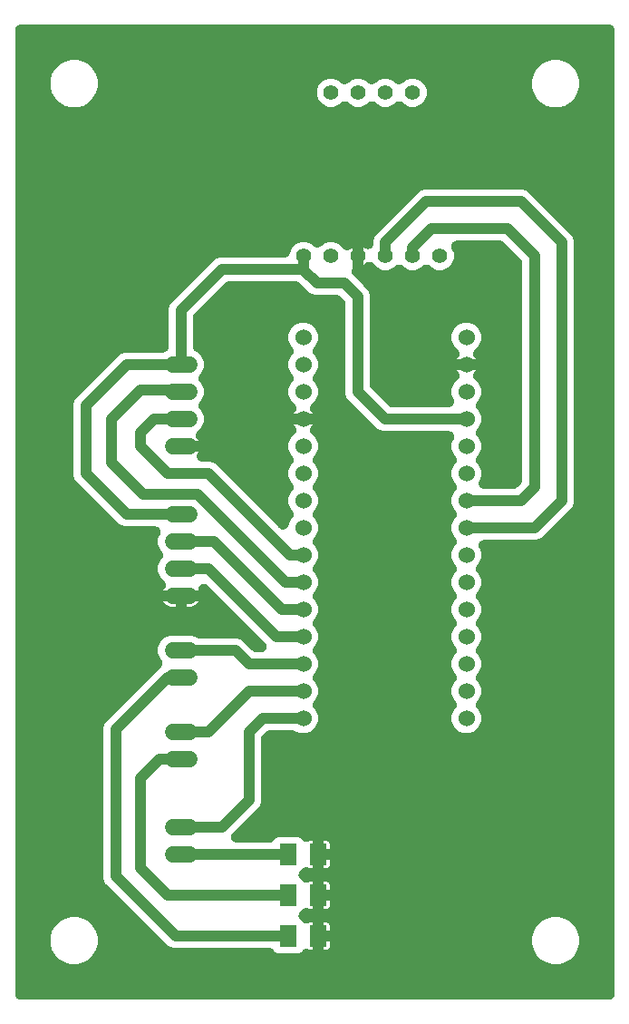
<source format=gbr>
G04 EAGLE Gerber RS-274X export*
G75*
%MOMM*%
%FSLAX34Y34*%
%LPD*%
%INBottom Copper*%
%IPPOS*%
%AMOC8*
5,1,8,0,0,1.08239X$1,22.5*%
G01*
%ADD10C,1.524000*%
%ADD11C,1.524000*%
%ADD12R,1.600000X2.000000*%
%ADD13C,1.397000*%
%ADD14C,1.016000*%

G36*
X550155Y-905070D02*
X550155Y-905070D01*
X550310Y-905070D01*
X550472Y-905050D01*
X550636Y-905039D01*
X550788Y-905010D01*
X550942Y-904991D01*
X551101Y-904951D01*
X551262Y-904920D01*
X551409Y-904872D01*
X551559Y-904834D01*
X551712Y-904774D01*
X551868Y-904723D01*
X552008Y-904658D01*
X552152Y-904601D01*
X552296Y-904522D01*
X552444Y-904452D01*
X552575Y-904370D01*
X552711Y-904295D01*
X552844Y-904199D01*
X552983Y-904111D01*
X553102Y-904013D01*
X553228Y-903922D01*
X553347Y-903810D01*
X553474Y-903706D01*
X553580Y-903593D01*
X553693Y-903487D01*
X553798Y-903361D01*
X553910Y-903242D01*
X554002Y-903116D01*
X554101Y-902997D01*
X554189Y-902859D01*
X554285Y-902727D01*
X554360Y-902591D01*
X554444Y-902460D01*
X554514Y-902312D01*
X554593Y-902169D01*
X554650Y-902025D01*
X554717Y-901885D01*
X554768Y-901729D01*
X554828Y-901576D01*
X554867Y-901426D01*
X554916Y-901279D01*
X554947Y-901118D01*
X554988Y-900960D01*
X555007Y-900806D01*
X555037Y-900654D01*
X555047Y-900495D01*
X555069Y-900328D01*
X555069Y-900159D01*
X555079Y-900000D01*
X555079Y0D01*
X555070Y155D01*
X555070Y310D01*
X555050Y472D01*
X555039Y636D01*
X555010Y788D01*
X554991Y942D01*
X554951Y1101D01*
X554920Y1262D01*
X554872Y1409D01*
X554834Y1559D01*
X554774Y1712D01*
X554723Y1868D01*
X554658Y2008D01*
X554601Y2152D01*
X554522Y2296D01*
X554452Y2444D01*
X554370Y2575D01*
X554295Y2711D01*
X554199Y2844D01*
X554111Y2983D01*
X554013Y3102D01*
X553922Y3228D01*
X553810Y3347D01*
X553706Y3474D01*
X553593Y3580D01*
X553487Y3693D01*
X553361Y3798D01*
X553242Y3910D01*
X553116Y4002D01*
X552997Y4101D01*
X552859Y4189D01*
X552727Y4285D01*
X552591Y4360D01*
X552460Y4444D01*
X552312Y4514D01*
X552169Y4593D01*
X552025Y4650D01*
X551885Y4717D01*
X551729Y4768D01*
X551576Y4828D01*
X551426Y4867D01*
X551279Y4916D01*
X551118Y4947D01*
X550960Y4988D01*
X550806Y5007D01*
X550654Y5037D01*
X550495Y5047D01*
X550328Y5069D01*
X550159Y5069D01*
X550000Y5079D01*
X0Y5079D01*
X-155Y5070D01*
X-310Y5070D01*
X-472Y5050D01*
X-636Y5039D01*
X-788Y5010D01*
X-942Y4991D01*
X-1101Y4951D01*
X-1262Y4920D01*
X-1409Y4872D01*
X-1559Y4834D01*
X-1712Y4774D01*
X-1868Y4723D01*
X-2008Y4658D01*
X-2152Y4601D01*
X-2296Y4522D01*
X-2444Y4452D01*
X-2575Y4370D01*
X-2711Y4295D01*
X-2844Y4199D01*
X-2983Y4111D01*
X-3102Y4013D01*
X-3228Y3922D01*
X-3347Y3810D01*
X-3474Y3706D01*
X-3580Y3593D01*
X-3693Y3487D01*
X-3798Y3361D01*
X-3910Y3242D01*
X-4002Y3116D01*
X-4101Y2997D01*
X-4189Y2859D01*
X-4285Y2727D01*
X-4360Y2591D01*
X-4444Y2460D01*
X-4514Y2312D01*
X-4593Y2169D01*
X-4650Y2025D01*
X-4717Y1885D01*
X-4768Y1729D01*
X-4828Y1576D01*
X-4867Y1426D01*
X-4916Y1279D01*
X-4947Y1118D01*
X-4988Y960D01*
X-5007Y806D01*
X-5037Y654D01*
X-5047Y495D01*
X-5069Y328D01*
X-5069Y159D01*
X-5079Y0D01*
X-5079Y-900000D01*
X-5070Y-900155D01*
X-5070Y-900310D01*
X-5050Y-900472D01*
X-5039Y-900636D01*
X-5010Y-900788D01*
X-4991Y-900942D01*
X-4951Y-901101D01*
X-4920Y-901262D01*
X-4872Y-901409D01*
X-4834Y-901559D01*
X-4774Y-901712D01*
X-4723Y-901868D01*
X-4658Y-902008D01*
X-4601Y-902152D01*
X-4522Y-902296D01*
X-4452Y-902444D01*
X-4370Y-902575D01*
X-4295Y-902711D01*
X-4199Y-902844D01*
X-4111Y-902983D01*
X-4013Y-903102D01*
X-3922Y-903228D01*
X-3810Y-903347D01*
X-3706Y-903474D01*
X-3593Y-903580D01*
X-3487Y-903693D01*
X-3361Y-903798D01*
X-3242Y-903910D01*
X-3116Y-904002D01*
X-2997Y-904101D01*
X-2859Y-904189D01*
X-2727Y-904285D01*
X-2591Y-904360D01*
X-2460Y-904444D01*
X-2312Y-904514D01*
X-2169Y-904593D01*
X-2025Y-904650D01*
X-1885Y-904717D01*
X-1729Y-904768D01*
X-1576Y-904828D01*
X-1426Y-904867D01*
X-1279Y-904916D01*
X-1118Y-904947D01*
X-960Y-904988D01*
X-806Y-905007D01*
X-654Y-905037D01*
X-495Y-905047D01*
X-328Y-905069D01*
X-159Y-905069D01*
X0Y-905079D01*
X550000Y-905079D01*
X550155Y-905070D01*
G37*
%LPC*%
G36*
X240947Y-861917D02*
X240947Y-861917D01*
X238706Y-860989D01*
X236603Y-858885D01*
X236576Y-858848D01*
X236437Y-858699D01*
X236304Y-858543D01*
X236220Y-858466D01*
X236142Y-858383D01*
X235984Y-858252D01*
X235833Y-858114D01*
X235740Y-858048D01*
X235652Y-857975D01*
X235479Y-857865D01*
X235312Y-857747D01*
X235211Y-857694D01*
X235115Y-857632D01*
X234930Y-857545D01*
X234749Y-857449D01*
X234643Y-857408D01*
X234539Y-857359D01*
X234344Y-857295D01*
X234154Y-857223D01*
X234042Y-857196D01*
X233934Y-857160D01*
X233733Y-857121D01*
X233534Y-857073D01*
X233421Y-857061D01*
X233308Y-857039D01*
X233112Y-857026D01*
X232901Y-857003D01*
X232775Y-857004D01*
X232655Y-856997D01*
X142557Y-856997D01*
X138449Y-855295D01*
X79425Y-796271D01*
X77723Y-792163D01*
X77723Y-650557D01*
X79425Y-646449D01*
X131206Y-594668D01*
X131308Y-594551D01*
X131418Y-594442D01*
X131519Y-594313D01*
X131627Y-594190D01*
X131714Y-594062D01*
X131810Y-593939D01*
X131894Y-593798D01*
X131986Y-593663D01*
X132056Y-593525D01*
X132135Y-593392D01*
X132201Y-593241D01*
X132275Y-593095D01*
X132328Y-592949D01*
X132390Y-592807D01*
X132436Y-592650D01*
X132491Y-592496D01*
X132525Y-592345D01*
X132569Y-592196D01*
X132595Y-592034D01*
X132631Y-591874D01*
X132645Y-591720D01*
X132670Y-591567D01*
X132676Y-591403D01*
X132691Y-591240D01*
X132686Y-591085D01*
X132692Y-590930D01*
X132677Y-590767D01*
X132672Y-590603D01*
X132648Y-590450D01*
X132633Y-590296D01*
X132598Y-590135D01*
X132573Y-589974D01*
X132530Y-589825D01*
X132496Y-589674D01*
X132441Y-589519D01*
X132396Y-589362D01*
X132334Y-589219D01*
X132282Y-589073D01*
X132208Y-588927D01*
X132143Y-588777D01*
X132065Y-588643D01*
X131995Y-588505D01*
X131903Y-588369D01*
X131820Y-588228D01*
X131725Y-588105D01*
X131639Y-587977D01*
X131533Y-587857D01*
X131430Y-587724D01*
X131311Y-587604D01*
X131206Y-587484D01*
X130612Y-586890D01*
X128523Y-581848D01*
X128523Y-576392D01*
X130612Y-571350D01*
X134470Y-567492D01*
X139512Y-565403D01*
X160208Y-565403D01*
X165407Y-567557D01*
X165437Y-567567D01*
X165466Y-567581D01*
X165739Y-567670D01*
X166010Y-567763D01*
X166041Y-567770D01*
X166072Y-567780D01*
X166353Y-567834D01*
X166634Y-567892D01*
X166666Y-567895D01*
X166697Y-567901D01*
X166948Y-567917D01*
X167269Y-567943D01*
X167311Y-567941D01*
X167351Y-567943D01*
X202883Y-567943D01*
X206991Y-569645D01*
X216502Y-579156D01*
X216557Y-579204D01*
X216606Y-579257D01*
X216796Y-579415D01*
X216980Y-579577D01*
X217040Y-579618D01*
X217096Y-579665D01*
X217303Y-579797D01*
X217507Y-579935D01*
X217572Y-579968D01*
X217633Y-580008D01*
X217855Y-580113D01*
X218074Y-580225D01*
X218143Y-580249D01*
X218209Y-580281D01*
X218443Y-580357D01*
X218674Y-580441D01*
X218745Y-580457D01*
X218814Y-580480D01*
X219055Y-580526D01*
X219295Y-580580D01*
X219368Y-580587D01*
X219440Y-580601D01*
X219671Y-580616D01*
X219930Y-580641D01*
X220013Y-580638D01*
X220093Y-580643D01*
X224915Y-580643D01*
X225151Y-580628D01*
X225388Y-580621D01*
X225469Y-580608D01*
X225550Y-580603D01*
X225783Y-580559D01*
X226017Y-580522D01*
X226096Y-580499D01*
X226176Y-580484D01*
X226401Y-580411D01*
X226629Y-580345D01*
X226704Y-580313D01*
X226782Y-580287D01*
X226997Y-580187D01*
X227214Y-580093D01*
X227285Y-580051D01*
X227359Y-580016D01*
X227559Y-579890D01*
X227763Y-579769D01*
X227828Y-579719D01*
X227897Y-579675D01*
X228080Y-579525D01*
X228267Y-579380D01*
X228325Y-579322D01*
X228388Y-579270D01*
X228550Y-579097D01*
X228718Y-578930D01*
X228769Y-578865D01*
X228825Y-578806D01*
X228964Y-578614D01*
X229110Y-578427D01*
X229152Y-578357D01*
X229200Y-578291D01*
X229314Y-578083D01*
X229435Y-577880D01*
X229468Y-577804D01*
X229508Y-577733D01*
X229595Y-577513D01*
X229690Y-577295D01*
X229713Y-577217D01*
X229743Y-577140D01*
X229802Y-576911D01*
X229869Y-576684D01*
X229882Y-576603D01*
X229902Y-576524D01*
X229932Y-576289D01*
X229970Y-576055D01*
X229973Y-575973D01*
X229983Y-575892D01*
X229984Y-575655D01*
X229992Y-575418D01*
X229984Y-575337D01*
X229984Y-575254D01*
X229955Y-575019D01*
X229934Y-574784D01*
X229916Y-574704D01*
X229906Y-574622D01*
X229847Y-574392D01*
X229796Y-574162D01*
X229769Y-574084D01*
X229749Y-574005D01*
X229662Y-573784D01*
X229582Y-573561D01*
X229545Y-573488D01*
X229515Y-573412D01*
X229401Y-573203D01*
X229295Y-572993D01*
X229249Y-572925D01*
X229210Y-572853D01*
X229071Y-572661D01*
X228939Y-572465D01*
X228885Y-572404D01*
X228837Y-572336D01*
X228659Y-572146D01*
X228506Y-571972D01*
X174970Y-518436D01*
X174851Y-518331D01*
X174738Y-518219D01*
X174612Y-518120D01*
X174492Y-518015D01*
X174361Y-517925D01*
X174235Y-517828D01*
X174097Y-517746D01*
X173965Y-517656D01*
X173824Y-517584D01*
X173687Y-517503D01*
X173540Y-517440D01*
X173397Y-517367D01*
X173248Y-517313D01*
X173102Y-517250D01*
X172949Y-517205D01*
X172798Y-517151D01*
X172643Y-517116D01*
X172491Y-517072D01*
X172333Y-517046D01*
X172176Y-517011D01*
X172018Y-516996D01*
X171861Y-516971D01*
X171701Y-516966D01*
X171542Y-516951D01*
X171383Y-516956D01*
X171225Y-516951D01*
X171065Y-516965D01*
X170905Y-516970D01*
X170748Y-516995D01*
X170590Y-517010D01*
X170434Y-517044D01*
X170276Y-517069D01*
X170123Y-517113D01*
X169968Y-517148D01*
X169818Y-517202D01*
X169664Y-517246D01*
X169518Y-517309D01*
X169368Y-517363D01*
X169226Y-517435D01*
X169079Y-517499D01*
X168942Y-517579D01*
X168800Y-517651D01*
X168668Y-517741D01*
X168530Y-517822D01*
X168404Y-517919D01*
X168273Y-518008D01*
X168152Y-518114D01*
X168026Y-518212D01*
X167913Y-518324D01*
X167794Y-518428D01*
X167688Y-518548D01*
X167574Y-518661D01*
X167477Y-518787D01*
X167372Y-518905D01*
X167281Y-519038D01*
X167183Y-519164D01*
X167102Y-519301D01*
X167012Y-519432D01*
X166939Y-519574D01*
X166857Y-519712D01*
X166794Y-519857D01*
X166722Y-519999D01*
X166667Y-520149D01*
X166603Y-520296D01*
X166558Y-520448D01*
X166504Y-520598D01*
X166469Y-520754D01*
X166424Y-520907D01*
X166399Y-521064D01*
X166364Y-521219D01*
X166348Y-521378D01*
X166323Y-521537D01*
X166317Y-521695D01*
X166302Y-521853D01*
X166306Y-522013D01*
X166301Y-522173D01*
X166315Y-522331D01*
X166320Y-522490D01*
X166344Y-522648D01*
X166359Y-522808D01*
X166393Y-522963D01*
X166418Y-523120D01*
X166452Y-523241D01*
X149860Y-523241D01*
X133424Y-523241D01*
X133550Y-522995D01*
X134504Y-521681D01*
X134567Y-521610D01*
X134677Y-521500D01*
X134778Y-521371D01*
X134886Y-521248D01*
X134973Y-521120D01*
X135068Y-520998D01*
X135152Y-520857D01*
X135244Y-520722D01*
X135314Y-520583D01*
X135394Y-520450D01*
X135459Y-520300D01*
X135533Y-520154D01*
X135586Y-520008D01*
X135648Y-519866D01*
X135694Y-519709D01*
X135750Y-519555D01*
X135784Y-519403D01*
X135827Y-519254D01*
X135853Y-519093D01*
X135889Y-518933D01*
X135904Y-518779D01*
X135928Y-518625D01*
X135934Y-518462D01*
X135950Y-518299D01*
X135945Y-518144D01*
X135950Y-517989D01*
X135935Y-517826D01*
X135930Y-517662D01*
X135906Y-517509D01*
X135892Y-517354D01*
X135857Y-517194D01*
X135831Y-517032D01*
X135788Y-516884D01*
X135755Y-516732D01*
X135700Y-516578D01*
X135654Y-516420D01*
X135593Y-516278D01*
X135541Y-516132D01*
X135467Y-515986D01*
X135402Y-515835D01*
X135323Y-515702D01*
X135253Y-515563D01*
X135162Y-515428D01*
X135079Y-515286D01*
X134984Y-515164D01*
X134897Y-515035D01*
X134792Y-514915D01*
X134689Y-514782D01*
X134570Y-514663D01*
X134465Y-514543D01*
X130612Y-510690D01*
X128523Y-505648D01*
X128523Y-500192D01*
X130612Y-495150D01*
X131950Y-493812D01*
X132052Y-493695D01*
X132162Y-493586D01*
X132263Y-493457D01*
X132371Y-493334D01*
X132459Y-493206D01*
X132554Y-493083D01*
X132637Y-492942D01*
X132730Y-492807D01*
X132800Y-492669D01*
X132879Y-492536D01*
X132945Y-492385D01*
X133019Y-492239D01*
X133072Y-492094D01*
X133134Y-491951D01*
X133180Y-491794D01*
X133235Y-491640D01*
X133269Y-491489D01*
X133313Y-491340D01*
X133339Y-491178D01*
X133375Y-491018D01*
X133389Y-490864D01*
X133414Y-490711D01*
X133420Y-490547D01*
X133435Y-490384D01*
X133430Y-490229D01*
X133436Y-490074D01*
X133421Y-489911D01*
X133416Y-489747D01*
X133392Y-489594D01*
X133377Y-489440D01*
X133342Y-489280D01*
X133317Y-489118D01*
X133274Y-488969D01*
X133240Y-488818D01*
X133185Y-488663D01*
X133140Y-488506D01*
X133078Y-488363D01*
X133026Y-488217D01*
X132952Y-488071D01*
X132887Y-487921D01*
X132809Y-487787D01*
X132739Y-487649D01*
X132647Y-487513D01*
X132564Y-487372D01*
X132469Y-487249D01*
X132383Y-487121D01*
X132277Y-487001D01*
X132174Y-486868D01*
X132055Y-486748D01*
X131950Y-486628D01*
X130612Y-485290D01*
X128523Y-480248D01*
X128523Y-474792D01*
X130376Y-470320D01*
X130439Y-470135D01*
X130511Y-469952D01*
X130542Y-469833D01*
X130582Y-469717D01*
X130622Y-469525D01*
X130671Y-469336D01*
X130686Y-469214D01*
X130711Y-469093D01*
X130727Y-468898D01*
X130752Y-468704D01*
X130752Y-468581D01*
X130762Y-468458D01*
X130752Y-468262D01*
X130753Y-468066D01*
X130738Y-467944D01*
X130732Y-467822D01*
X130698Y-467629D01*
X130674Y-467434D01*
X130644Y-467315D01*
X130623Y-467194D01*
X130565Y-467007D01*
X130517Y-466817D01*
X130472Y-466702D01*
X130436Y-466585D01*
X130356Y-466406D01*
X130284Y-466224D01*
X130225Y-466116D01*
X130174Y-466004D01*
X130072Y-465837D01*
X129978Y-465665D01*
X129906Y-465565D01*
X129842Y-465460D01*
X129720Y-465307D01*
X129605Y-465148D01*
X129521Y-465059D01*
X129444Y-464962D01*
X129304Y-464826D01*
X129170Y-464683D01*
X129076Y-464604D01*
X128987Y-464518D01*
X128831Y-464400D01*
X128680Y-464275D01*
X128577Y-464209D01*
X128478Y-464135D01*
X128308Y-464038D01*
X128143Y-463932D01*
X128032Y-463880D01*
X127925Y-463819D01*
X127745Y-463743D01*
X127568Y-463659D01*
X127451Y-463621D01*
X127337Y-463574D01*
X127148Y-463522D01*
X126962Y-463460D01*
X126842Y-463437D01*
X126723Y-463404D01*
X126529Y-463376D01*
X126337Y-463339D01*
X126217Y-463331D01*
X126092Y-463313D01*
X125880Y-463309D01*
X125683Y-463297D01*
X96837Y-463297D01*
X92729Y-461595D01*
X51485Y-420351D01*
X49783Y-416243D01*
X49783Y-348297D01*
X51485Y-344189D01*
X92729Y-302945D01*
X96837Y-301243D01*
X132369Y-301243D01*
X132401Y-301241D01*
X132433Y-301243D01*
X132719Y-301221D01*
X133005Y-301203D01*
X133036Y-301197D01*
X133068Y-301195D01*
X133350Y-301138D01*
X133631Y-301084D01*
X133661Y-301074D01*
X133693Y-301068D01*
X133931Y-300987D01*
X134237Y-300887D01*
X134275Y-300870D01*
X134313Y-300857D01*
X135548Y-300345D01*
X135650Y-300295D01*
X135756Y-300253D01*
X135936Y-300155D01*
X136120Y-300065D01*
X136215Y-300002D01*
X136315Y-299948D01*
X136481Y-299828D01*
X136652Y-299715D01*
X136739Y-299641D01*
X136832Y-299574D01*
X136981Y-299435D01*
X137137Y-299302D01*
X137214Y-299217D01*
X137297Y-299140D01*
X137428Y-298982D01*
X137566Y-298831D01*
X137632Y-298737D01*
X137705Y-298650D01*
X137815Y-298477D01*
X137933Y-298310D01*
X137986Y-298209D01*
X138048Y-298113D01*
X138135Y-297928D01*
X138231Y-297747D01*
X138272Y-297640D01*
X138321Y-297537D01*
X138385Y-297342D01*
X138457Y-297151D01*
X138484Y-297040D01*
X138520Y-296932D01*
X138559Y-296731D01*
X138607Y-296532D01*
X138619Y-296419D01*
X138641Y-296306D01*
X138654Y-296109D01*
X138677Y-295898D01*
X138675Y-295773D01*
X138683Y-295653D01*
X138683Y-259397D01*
X140385Y-255289D01*
X181629Y-214045D01*
X185737Y-212343D01*
X246634Y-212343D01*
X246789Y-212334D01*
X246944Y-212334D01*
X247106Y-212314D01*
X247270Y-212303D01*
X247422Y-212274D01*
X247576Y-212255D01*
X247735Y-212215D01*
X247896Y-212184D01*
X248043Y-212136D01*
X248193Y-212098D01*
X248346Y-212038D01*
X248502Y-211987D01*
X248642Y-211922D01*
X248786Y-211865D01*
X248930Y-211786D01*
X249078Y-211716D01*
X249209Y-211634D01*
X249345Y-211559D01*
X249478Y-211463D01*
X249617Y-211375D01*
X249736Y-211277D01*
X249862Y-211186D01*
X249981Y-211074D01*
X250108Y-210970D01*
X250214Y-210857D01*
X250327Y-210751D01*
X250432Y-210625D01*
X250544Y-210506D01*
X250636Y-210380D01*
X250735Y-210261D01*
X250823Y-210123D01*
X250919Y-209991D01*
X250994Y-209855D01*
X251078Y-209724D01*
X251148Y-209576D01*
X251227Y-209433D01*
X251284Y-209289D01*
X251351Y-209149D01*
X251402Y-208993D01*
X251462Y-208840D01*
X251474Y-208795D01*
X253705Y-203410D01*
X257385Y-199730D01*
X262193Y-197738D01*
X267397Y-197738D01*
X272205Y-199730D01*
X273903Y-201428D01*
X274020Y-201531D01*
X274129Y-201640D01*
X274258Y-201741D01*
X274381Y-201849D01*
X274509Y-201937D01*
X274632Y-202032D01*
X274773Y-202116D01*
X274908Y-202208D01*
X275046Y-202278D01*
X275179Y-202357D01*
X275330Y-202423D01*
X275476Y-202497D01*
X275621Y-202550D01*
X275764Y-202612D01*
X275921Y-202658D01*
X276075Y-202713D01*
X276226Y-202747D01*
X276375Y-202791D01*
X276537Y-202817D01*
X276697Y-202853D01*
X276851Y-202867D01*
X277004Y-202892D01*
X277168Y-202898D01*
X277331Y-202913D01*
X277486Y-202908D01*
X277641Y-202914D01*
X277804Y-202899D01*
X277968Y-202894D01*
X278121Y-202870D01*
X278275Y-202855D01*
X278435Y-202820D01*
X278597Y-202795D01*
X278746Y-202752D01*
X278897Y-202718D01*
X279052Y-202663D01*
X279209Y-202618D01*
X279352Y-202556D01*
X279498Y-202504D01*
X279644Y-202430D01*
X279794Y-202365D01*
X279928Y-202287D01*
X280066Y-202217D01*
X280202Y-202125D01*
X280343Y-202042D01*
X280466Y-201947D01*
X280594Y-201861D01*
X280714Y-201755D01*
X280847Y-201652D01*
X280967Y-201533D01*
X281087Y-201428D01*
X282785Y-199730D01*
X287593Y-197738D01*
X292797Y-197738D01*
X297605Y-199730D01*
X301818Y-203943D01*
X301934Y-204045D01*
X302044Y-204155D01*
X302173Y-204256D01*
X302296Y-204364D01*
X302424Y-204451D01*
X302546Y-204546D01*
X302687Y-204630D01*
X302823Y-204722D01*
X302961Y-204793D01*
X303094Y-204872D01*
X303244Y-204937D01*
X303390Y-205012D01*
X303536Y-205064D01*
X303678Y-205126D01*
X303836Y-205172D01*
X303990Y-205228D01*
X304141Y-205262D01*
X304290Y-205305D01*
X304451Y-205331D01*
X304611Y-205367D01*
X304766Y-205382D01*
X304919Y-205406D01*
X305082Y-205412D01*
X305246Y-205428D01*
X305400Y-205423D01*
X305555Y-205428D01*
X305719Y-205413D01*
X305882Y-205408D01*
X306036Y-205384D01*
X306190Y-205370D01*
X306350Y-205335D01*
X306512Y-205309D01*
X306661Y-205266D01*
X306812Y-205233D01*
X306966Y-205178D01*
X307124Y-205132D01*
X307266Y-205071D01*
X307412Y-205019D01*
X307558Y-204945D01*
X307709Y-204880D01*
X307843Y-204801D01*
X307981Y-204731D01*
X308116Y-204640D01*
X308258Y-204556D01*
X308380Y-204462D01*
X308509Y-204375D01*
X308629Y-204270D01*
X308762Y-204167D01*
X308881Y-204048D01*
X309001Y-203942D01*
X309389Y-203554D01*
X309911Y-203175D01*
X309912Y-203175D01*
X310516Y-202736D01*
X310516Y-210820D01*
X310516Y-222223D01*
X310405Y-222375D01*
X310259Y-222562D01*
X310217Y-222632D01*
X310169Y-222698D01*
X310055Y-222906D01*
X309934Y-223109D01*
X309901Y-223185D01*
X309861Y-223256D01*
X309774Y-223477D01*
X309679Y-223694D01*
X309656Y-223772D01*
X309626Y-223849D01*
X309567Y-224078D01*
X309500Y-224305D01*
X309487Y-224386D01*
X309467Y-224465D01*
X309437Y-224701D01*
X309399Y-224934D01*
X309396Y-225016D01*
X309386Y-225097D01*
X309385Y-225334D01*
X309377Y-225571D01*
X309385Y-225652D01*
X309385Y-225735D01*
X309414Y-225969D01*
X309435Y-226205D01*
X309453Y-226285D01*
X309463Y-226367D01*
X309522Y-226596D01*
X309573Y-226827D01*
X309600Y-226905D01*
X309620Y-226984D01*
X309707Y-227205D01*
X309787Y-227428D01*
X309824Y-227501D01*
X309854Y-227577D01*
X309967Y-227785D01*
X310074Y-227996D01*
X310120Y-228064D01*
X310159Y-228136D01*
X310298Y-228328D01*
X310430Y-228524D01*
X310483Y-228585D01*
X310532Y-228653D01*
X310710Y-228843D01*
X310863Y-229017D01*
X312449Y-230603D01*
X312450Y-230603D01*
X320577Y-238730D01*
X320577Y-238731D01*
X324435Y-242589D01*
X326137Y-246697D01*
X326137Y-331087D01*
X326141Y-331159D01*
X326139Y-331232D01*
X326161Y-331477D01*
X326177Y-331722D01*
X326190Y-331794D01*
X326197Y-331867D01*
X326250Y-332107D01*
X326296Y-332348D01*
X326319Y-332418D01*
X326334Y-332489D01*
X326417Y-332720D01*
X326493Y-332954D01*
X326524Y-333020D01*
X326548Y-333089D01*
X326659Y-333308D01*
X326764Y-333531D01*
X326803Y-333593D01*
X326836Y-333658D01*
X326973Y-333861D01*
X327105Y-334069D01*
X327151Y-334125D01*
X327192Y-334186D01*
X327304Y-334313D01*
X327332Y-334352D01*
X327387Y-334411D01*
X327510Y-334560D01*
X327571Y-334618D01*
X327624Y-334678D01*
X343502Y-350556D01*
X343557Y-350604D01*
X343606Y-350657D01*
X343796Y-350815D01*
X343980Y-350977D01*
X344040Y-351018D01*
X344096Y-351065D01*
X344303Y-351197D01*
X344507Y-351335D01*
X344572Y-351368D01*
X344633Y-351408D01*
X344855Y-351513D01*
X345074Y-351625D01*
X345143Y-351649D01*
X345209Y-351681D01*
X345443Y-351757D01*
X345674Y-351841D01*
X345745Y-351857D01*
X345814Y-351880D01*
X346055Y-351926D01*
X346295Y-351980D01*
X346368Y-351987D01*
X346440Y-352001D01*
X346671Y-352016D01*
X346930Y-352041D01*
X347013Y-352038D01*
X347093Y-352043D01*
X400003Y-352043D01*
X400198Y-352031D01*
X400394Y-352028D01*
X400516Y-352011D01*
X400639Y-352003D01*
X400831Y-351967D01*
X401025Y-351939D01*
X401144Y-351907D01*
X401265Y-351884D01*
X401451Y-351824D01*
X401640Y-351772D01*
X401754Y-351725D01*
X401871Y-351687D01*
X402048Y-351604D01*
X402229Y-351529D01*
X402336Y-351469D01*
X402447Y-351416D01*
X402613Y-351311D01*
X402783Y-351215D01*
X402882Y-351141D01*
X402986Y-351075D01*
X403137Y-350951D01*
X403293Y-350833D01*
X403382Y-350748D01*
X403477Y-350670D01*
X403611Y-350527D01*
X403752Y-350391D01*
X403829Y-350295D01*
X403913Y-350206D01*
X404029Y-350047D01*
X404151Y-349895D01*
X404216Y-349790D01*
X404288Y-349691D01*
X404383Y-349519D01*
X404486Y-349352D01*
X404537Y-349240D01*
X404596Y-349133D01*
X404668Y-348950D01*
X404749Y-348772D01*
X404786Y-348655D01*
X404831Y-348540D01*
X404880Y-348351D01*
X404938Y-348164D01*
X404960Y-348043D01*
X404991Y-347924D01*
X405016Y-347729D01*
X405050Y-347536D01*
X405056Y-347414D01*
X405072Y-347292D01*
X405072Y-347095D01*
X405082Y-346900D01*
X405073Y-346778D01*
X405073Y-346654D01*
X405049Y-346460D01*
X405034Y-346265D01*
X405009Y-346144D01*
X404994Y-346022D01*
X404946Y-345832D01*
X404907Y-345640D01*
X404868Y-345527D01*
X404837Y-345405D01*
X404759Y-345207D01*
X404696Y-345020D01*
X402843Y-340548D01*
X402843Y-335092D01*
X404932Y-330050D01*
X408784Y-326197D01*
X408887Y-326081D01*
X408997Y-325972D01*
X409097Y-325842D01*
X409206Y-325719D01*
X409293Y-325591D01*
X409388Y-325469D01*
X409472Y-325328D01*
X409564Y-325192D01*
X409634Y-325054D01*
X409714Y-324921D01*
X409779Y-324771D01*
X409854Y-324625D01*
X409906Y-324479D01*
X409968Y-324337D01*
X410014Y-324180D01*
X410070Y-324025D01*
X410104Y-323874D01*
X410147Y-323726D01*
X410173Y-323564D01*
X410209Y-323404D01*
X410224Y-323249D01*
X410248Y-323097D01*
X410254Y-322932D01*
X410270Y-322769D01*
X410265Y-322615D01*
X410270Y-322460D01*
X410255Y-322296D01*
X410250Y-322133D01*
X410226Y-321980D01*
X410212Y-321825D01*
X410177Y-321665D01*
X410151Y-321503D01*
X410108Y-321354D01*
X410075Y-321203D01*
X410020Y-321049D01*
X409974Y-320891D01*
X409913Y-320749D01*
X409861Y-320603D01*
X409787Y-320457D01*
X409722Y-320306D01*
X409643Y-320172D01*
X409573Y-320034D01*
X409482Y-319899D01*
X409398Y-319757D01*
X409303Y-319634D01*
X409217Y-319506D01*
X409112Y-319387D01*
X409009Y-319253D01*
X408890Y-319134D01*
X408825Y-319060D01*
X407870Y-317745D01*
X407744Y-317499D01*
X416560Y-317499D01*
X425376Y-317499D01*
X425250Y-317745D01*
X424296Y-319059D01*
X424233Y-319130D01*
X424123Y-319240D01*
X424023Y-319369D01*
X423914Y-319492D01*
X423827Y-319620D01*
X423732Y-319742D01*
X423648Y-319883D01*
X423556Y-320019D01*
X423486Y-320157D01*
X423406Y-320290D01*
X423341Y-320440D01*
X423266Y-320586D01*
X423214Y-320732D01*
X423152Y-320874D01*
X423106Y-321032D01*
X423050Y-321186D01*
X423016Y-321337D01*
X422973Y-321486D01*
X422947Y-321647D01*
X422911Y-321807D01*
X422896Y-321962D01*
X422872Y-322115D01*
X422866Y-322279D01*
X422850Y-322442D01*
X422855Y-322596D01*
X422850Y-322751D01*
X422865Y-322915D01*
X422870Y-323078D01*
X422894Y-323232D01*
X422908Y-323386D01*
X422943Y-323546D01*
X422969Y-323708D01*
X423012Y-323857D01*
X423045Y-324008D01*
X423100Y-324162D01*
X423146Y-324320D01*
X423207Y-324463D01*
X423259Y-324608D01*
X423333Y-324754D01*
X423398Y-324905D01*
X423477Y-325039D01*
X423547Y-325177D01*
X423638Y-325312D01*
X423722Y-325454D01*
X423817Y-325577D01*
X423903Y-325705D01*
X424008Y-325824D01*
X424111Y-325958D01*
X424230Y-326078D01*
X424336Y-326197D01*
X428188Y-330050D01*
X430277Y-335092D01*
X430277Y-340548D01*
X428188Y-345590D01*
X426850Y-346928D01*
X426748Y-347045D01*
X426638Y-347154D01*
X426537Y-347283D01*
X426429Y-347406D01*
X426341Y-347534D01*
X426246Y-347657D01*
X426163Y-347798D01*
X426070Y-347933D01*
X426000Y-348071D01*
X425921Y-348204D01*
X425855Y-348354D01*
X425781Y-348501D01*
X425728Y-348647D01*
X425666Y-348789D01*
X425620Y-348946D01*
X425565Y-349100D01*
X425531Y-349251D01*
X425487Y-349400D01*
X425461Y-349562D01*
X425425Y-349722D01*
X425411Y-349876D01*
X425386Y-350029D01*
X425380Y-350193D01*
X425365Y-350356D01*
X425370Y-350511D01*
X425364Y-350666D01*
X425379Y-350829D01*
X425384Y-350993D01*
X425408Y-351146D01*
X425423Y-351300D01*
X425458Y-351460D01*
X425483Y-351622D01*
X425526Y-351771D01*
X425560Y-351922D01*
X425615Y-352077D01*
X425660Y-352234D01*
X425722Y-352377D01*
X425774Y-352523D01*
X425848Y-352669D01*
X425913Y-352819D01*
X425991Y-352953D01*
X426061Y-353091D01*
X426153Y-353227D01*
X426236Y-353368D01*
X426331Y-353491D01*
X426418Y-353619D01*
X426523Y-353739D01*
X426626Y-353872D01*
X426745Y-353992D01*
X426850Y-354112D01*
X428188Y-355450D01*
X430277Y-360492D01*
X430277Y-365948D01*
X428188Y-370990D01*
X426850Y-372328D01*
X426748Y-372445D01*
X426638Y-372554D01*
X426537Y-372683D01*
X426429Y-372806D01*
X426341Y-372934D01*
X426246Y-373057D01*
X426163Y-373198D01*
X426070Y-373333D01*
X426000Y-373471D01*
X425921Y-373604D01*
X425855Y-373754D01*
X425781Y-373901D01*
X425728Y-374047D01*
X425666Y-374189D01*
X425620Y-374346D01*
X425565Y-374500D01*
X425531Y-374651D01*
X425487Y-374800D01*
X425461Y-374962D01*
X425425Y-375122D01*
X425411Y-375276D01*
X425386Y-375429D01*
X425380Y-375593D01*
X425365Y-375756D01*
X425370Y-375911D01*
X425364Y-376066D01*
X425379Y-376229D01*
X425384Y-376393D01*
X425408Y-376546D01*
X425423Y-376700D01*
X425458Y-376860D01*
X425483Y-377022D01*
X425526Y-377171D01*
X425560Y-377322D01*
X425615Y-377477D01*
X425660Y-377634D01*
X425722Y-377777D01*
X425774Y-377923D01*
X425848Y-378069D01*
X425913Y-378219D01*
X425991Y-378353D01*
X426061Y-378491D01*
X426153Y-378627D01*
X426236Y-378768D01*
X426331Y-378891D01*
X426418Y-379019D01*
X426523Y-379139D01*
X426626Y-379272D01*
X426745Y-379392D01*
X426850Y-379512D01*
X428188Y-380850D01*
X430277Y-385892D01*
X430277Y-391348D01*
X428188Y-396390D01*
X426850Y-397728D01*
X426748Y-397845D01*
X426638Y-397954D01*
X426537Y-398083D01*
X426429Y-398206D01*
X426341Y-398334D01*
X426246Y-398457D01*
X426163Y-398598D01*
X426070Y-398733D01*
X426000Y-398871D01*
X425921Y-399004D01*
X425855Y-399154D01*
X425781Y-399301D01*
X425728Y-399447D01*
X425666Y-399589D01*
X425620Y-399746D01*
X425565Y-399900D01*
X425531Y-400051D01*
X425487Y-400200D01*
X425461Y-400362D01*
X425425Y-400522D01*
X425411Y-400676D01*
X425386Y-400829D01*
X425380Y-400993D01*
X425365Y-401156D01*
X425370Y-401311D01*
X425364Y-401466D01*
X425379Y-401629D01*
X425384Y-401793D01*
X425408Y-401946D01*
X425423Y-402100D01*
X425458Y-402260D01*
X425483Y-402422D01*
X425526Y-402571D01*
X425560Y-402722D01*
X425615Y-402877D01*
X425660Y-403034D01*
X425722Y-403177D01*
X425774Y-403323D01*
X425848Y-403469D01*
X425913Y-403619D01*
X425991Y-403753D01*
X426061Y-403891D01*
X426153Y-404027D01*
X426236Y-404168D01*
X426331Y-404291D01*
X426418Y-404419D01*
X426523Y-404539D01*
X426626Y-404672D01*
X426745Y-404792D01*
X426850Y-404912D01*
X428188Y-406250D01*
X430277Y-411292D01*
X430277Y-416748D01*
X428424Y-421220D01*
X428361Y-421406D01*
X428289Y-421588D01*
X428258Y-421707D01*
X428218Y-421823D01*
X428178Y-422015D01*
X428129Y-422204D01*
X428114Y-422326D01*
X428089Y-422447D01*
X428073Y-422642D01*
X428048Y-422836D01*
X428048Y-422960D01*
X428038Y-423082D01*
X428048Y-423278D01*
X428047Y-423474D01*
X428062Y-423596D01*
X428068Y-423718D01*
X428102Y-423911D01*
X428126Y-424106D01*
X428156Y-424225D01*
X428177Y-424346D01*
X428235Y-424533D01*
X428283Y-424723D01*
X428328Y-424838D01*
X428364Y-424955D01*
X428445Y-425134D01*
X428516Y-425316D01*
X428575Y-425424D01*
X428626Y-425536D01*
X428728Y-425703D01*
X428822Y-425875D01*
X428894Y-425975D01*
X428958Y-426080D01*
X429080Y-426233D01*
X429195Y-426392D01*
X429279Y-426481D01*
X429356Y-426578D01*
X429496Y-426714D01*
X429630Y-426857D01*
X429725Y-426936D01*
X429813Y-427022D01*
X429969Y-427139D01*
X430120Y-427265D01*
X430224Y-427331D01*
X430322Y-427405D01*
X430492Y-427502D01*
X430657Y-427608D01*
X430768Y-427660D01*
X430875Y-427721D01*
X431055Y-427797D01*
X431232Y-427881D01*
X431349Y-427919D01*
X431463Y-427966D01*
X431652Y-428018D01*
X431838Y-428080D01*
X431958Y-428103D01*
X432077Y-428136D01*
X432271Y-428164D01*
X432463Y-428201D01*
X432583Y-428209D01*
X432708Y-428227D01*
X432920Y-428231D01*
X433117Y-428243D01*
X460627Y-428243D01*
X460699Y-428239D01*
X460772Y-428241D01*
X461017Y-428219D01*
X461262Y-428203D01*
X461334Y-428190D01*
X461407Y-428183D01*
X461647Y-428130D01*
X461888Y-428084D01*
X461958Y-428061D01*
X462029Y-428046D01*
X462260Y-427963D01*
X462494Y-427887D01*
X462560Y-427856D01*
X462629Y-427832D01*
X462848Y-427721D01*
X463071Y-427616D01*
X463133Y-427577D01*
X463198Y-427544D01*
X463401Y-427407D01*
X463609Y-427275D01*
X463665Y-427229D01*
X463726Y-427188D01*
X463900Y-427035D01*
X464100Y-426870D01*
X464158Y-426809D01*
X464218Y-426756D01*
X467396Y-423578D01*
X467444Y-423523D01*
X467497Y-423474D01*
X467655Y-423284D01*
X467817Y-423100D01*
X467858Y-423040D01*
X467905Y-422984D01*
X468037Y-422777D01*
X468175Y-422573D01*
X468208Y-422508D01*
X468248Y-422447D01*
X468353Y-422225D01*
X468465Y-422006D01*
X468489Y-421937D01*
X468521Y-421871D01*
X468597Y-421637D01*
X468681Y-421406D01*
X468697Y-421335D01*
X468720Y-421266D01*
X468766Y-421025D01*
X468820Y-420785D01*
X468827Y-420712D01*
X468841Y-420640D01*
X468856Y-420409D01*
X468881Y-420150D01*
X468878Y-420067D01*
X468883Y-419987D01*
X468883Y-217553D01*
X468879Y-217481D01*
X468881Y-217408D01*
X468859Y-217163D01*
X468843Y-216918D01*
X468830Y-216846D01*
X468823Y-216773D01*
X468770Y-216533D01*
X468724Y-216292D01*
X468701Y-216222D01*
X468686Y-216151D01*
X468603Y-215920D01*
X468527Y-215686D01*
X468496Y-215620D01*
X468472Y-215551D01*
X468361Y-215332D01*
X468256Y-215109D01*
X468217Y-215047D01*
X468184Y-214982D01*
X468047Y-214779D01*
X467915Y-214571D01*
X467869Y-214515D01*
X467828Y-214454D01*
X467675Y-214280D01*
X467510Y-214080D01*
X467449Y-214022D01*
X467396Y-213962D01*
X451518Y-198084D01*
X451463Y-198036D01*
X451414Y-197983D01*
X451224Y-197825D01*
X451040Y-197663D01*
X450980Y-197622D01*
X450924Y-197575D01*
X450717Y-197443D01*
X450513Y-197305D01*
X450448Y-197272D01*
X450387Y-197232D01*
X450165Y-197127D01*
X449946Y-197015D01*
X449877Y-196991D01*
X449811Y-196959D01*
X449577Y-196883D01*
X449346Y-196799D01*
X449275Y-196783D01*
X449206Y-196760D01*
X448965Y-196714D01*
X448725Y-196660D01*
X448652Y-196653D01*
X448580Y-196639D01*
X448349Y-196624D01*
X448090Y-196599D01*
X448007Y-196602D01*
X447927Y-196597D01*
X407665Y-196597D01*
X407469Y-196609D01*
X407273Y-196612D01*
X407152Y-196629D01*
X407029Y-196637D01*
X406836Y-196673D01*
X406643Y-196701D01*
X406524Y-196733D01*
X406403Y-196756D01*
X406217Y-196816D01*
X406028Y-196868D01*
X405914Y-196915D01*
X405797Y-196953D01*
X405620Y-197036D01*
X405439Y-197111D01*
X405332Y-197171D01*
X405220Y-197224D01*
X405055Y-197328D01*
X404885Y-197425D01*
X404786Y-197499D01*
X404682Y-197565D01*
X404531Y-197689D01*
X404374Y-197807D01*
X404286Y-197892D01*
X404191Y-197970D01*
X404057Y-198113D01*
X403916Y-198249D01*
X403839Y-198345D01*
X403754Y-198434D01*
X403639Y-198593D01*
X403516Y-198745D01*
X403452Y-198850D01*
X403379Y-198949D01*
X403285Y-199121D01*
X403182Y-199288D01*
X403131Y-199400D01*
X403072Y-199507D01*
X402999Y-199689D01*
X402918Y-199868D01*
X402882Y-199985D01*
X402836Y-200100D01*
X402787Y-200289D01*
X402729Y-200476D01*
X402708Y-200597D01*
X402677Y-200716D01*
X402652Y-200911D01*
X402618Y-201103D01*
X402612Y-201226D01*
X402596Y-201348D01*
X402596Y-201545D01*
X402586Y-201740D01*
X402595Y-201862D01*
X402595Y-201986D01*
X402619Y-202180D01*
X402634Y-202375D01*
X402658Y-202496D01*
X402674Y-202618D01*
X402722Y-202808D01*
X402761Y-202999D01*
X402800Y-203114D01*
X402831Y-203235D01*
X402909Y-203433D01*
X402972Y-203620D01*
X404877Y-208218D01*
X404877Y-213422D01*
X402885Y-218230D01*
X399205Y-221910D01*
X394397Y-223902D01*
X389193Y-223902D01*
X384385Y-221910D01*
X382687Y-220212D01*
X382570Y-220110D01*
X382461Y-220000D01*
X382332Y-219899D01*
X382209Y-219791D01*
X382081Y-219703D01*
X381958Y-219608D01*
X381817Y-219524D01*
X381682Y-219432D01*
X381544Y-219362D01*
X381411Y-219283D01*
X381260Y-219217D01*
X381114Y-219143D01*
X380968Y-219090D01*
X380826Y-219028D01*
X380669Y-218982D01*
X380515Y-218927D01*
X380364Y-218893D01*
X380215Y-218849D01*
X380053Y-218823D01*
X379893Y-218787D01*
X379739Y-218773D01*
X379586Y-218748D01*
X379422Y-218742D01*
X379259Y-218727D01*
X379104Y-218732D01*
X378949Y-218726D01*
X378786Y-218741D01*
X378622Y-218746D01*
X378469Y-218770D01*
X378315Y-218785D01*
X378155Y-218820D01*
X377993Y-218845D01*
X377844Y-218888D01*
X377693Y-218922D01*
X377538Y-218977D01*
X377381Y-219022D01*
X377238Y-219084D01*
X377092Y-219136D01*
X376946Y-219210D01*
X376796Y-219275D01*
X376662Y-219353D01*
X376524Y-219423D01*
X376388Y-219515D01*
X376247Y-219598D01*
X376124Y-219693D01*
X375996Y-219780D01*
X375876Y-219885D01*
X375743Y-219988D01*
X375623Y-220107D01*
X375503Y-220212D01*
X373805Y-221910D01*
X368997Y-223902D01*
X363793Y-223902D01*
X358985Y-221910D01*
X357287Y-220212D01*
X357170Y-220110D01*
X357061Y-220000D01*
X356932Y-219899D01*
X356809Y-219791D01*
X356681Y-219703D01*
X356558Y-219608D01*
X356417Y-219524D01*
X356282Y-219432D01*
X356144Y-219362D01*
X356011Y-219283D01*
X355860Y-219217D01*
X355714Y-219143D01*
X355568Y-219090D01*
X355426Y-219028D01*
X355269Y-218982D01*
X355115Y-218927D01*
X354964Y-218893D01*
X354815Y-218849D01*
X354653Y-218823D01*
X354493Y-218787D01*
X354339Y-218773D01*
X354186Y-218748D01*
X354022Y-218742D01*
X353859Y-218727D01*
X353704Y-218732D01*
X353549Y-218726D01*
X353386Y-218741D01*
X353222Y-218746D01*
X353069Y-218770D01*
X352915Y-218785D01*
X352755Y-218820D01*
X352593Y-218845D01*
X352444Y-218888D01*
X352293Y-218922D01*
X352138Y-218977D01*
X351981Y-219022D01*
X351838Y-219084D01*
X351692Y-219136D01*
X351546Y-219210D01*
X351396Y-219275D01*
X351262Y-219353D01*
X351124Y-219423D01*
X350988Y-219515D01*
X350847Y-219598D01*
X350724Y-219693D01*
X350596Y-219780D01*
X350476Y-219885D01*
X350343Y-219988D01*
X350223Y-220107D01*
X350103Y-220212D01*
X348405Y-221910D01*
X343597Y-223902D01*
X338393Y-223902D01*
X333585Y-221910D01*
X329372Y-217697D01*
X329256Y-217595D01*
X329146Y-217485D01*
X329017Y-217384D01*
X328894Y-217276D01*
X328766Y-217189D01*
X328644Y-217094D01*
X328503Y-217010D01*
X328367Y-216918D01*
X328229Y-216847D01*
X328096Y-216768D01*
X327946Y-216703D01*
X327800Y-216628D01*
X327654Y-216576D01*
X327512Y-216514D01*
X327354Y-216468D01*
X327200Y-216412D01*
X327049Y-216378D01*
X326900Y-216335D01*
X326739Y-216309D01*
X326579Y-216273D01*
X326424Y-216258D01*
X326271Y-216234D01*
X326108Y-216228D01*
X325944Y-216212D01*
X325790Y-216217D01*
X325635Y-216212D01*
X325471Y-216227D01*
X325308Y-216232D01*
X325154Y-216256D01*
X325000Y-216270D01*
X324840Y-216305D01*
X324678Y-216331D01*
X324529Y-216374D01*
X324378Y-216407D01*
X324224Y-216462D01*
X324066Y-216508D01*
X323924Y-216569D01*
X323778Y-216621D01*
X323632Y-216695D01*
X323481Y-216760D01*
X323347Y-216839D01*
X323209Y-216909D01*
X323074Y-217000D01*
X322932Y-217084D01*
X322810Y-217178D01*
X322681Y-217265D01*
X322561Y-217370D01*
X322428Y-217473D01*
X322309Y-217592D01*
X322189Y-217698D01*
X321801Y-218086D01*
X320674Y-218904D01*
X320674Y-210820D01*
X320674Y-202736D01*
X321753Y-203520D01*
X321886Y-203604D01*
X322013Y-203696D01*
X322154Y-203774D01*
X322291Y-203861D01*
X322433Y-203928D01*
X322570Y-204004D01*
X322721Y-204064D01*
X322868Y-204133D01*
X323017Y-204181D01*
X323163Y-204239D01*
X323319Y-204280D01*
X323474Y-204330D01*
X323628Y-204359D01*
X323779Y-204399D01*
X323940Y-204419D01*
X324099Y-204450D01*
X324256Y-204460D01*
X324411Y-204479D01*
X324574Y-204480D01*
X324735Y-204490D01*
X324892Y-204480D01*
X325049Y-204481D01*
X325210Y-204461D01*
X325371Y-204451D01*
X325525Y-204421D01*
X325681Y-204402D01*
X325838Y-204362D01*
X325997Y-204332D01*
X326147Y-204283D01*
X326298Y-204245D01*
X326449Y-204186D01*
X326603Y-204136D01*
X326745Y-204069D01*
X326891Y-204012D01*
X327034Y-203934D01*
X327180Y-203865D01*
X327312Y-203781D01*
X327450Y-203706D01*
X327582Y-203611D01*
X327719Y-203524D01*
X327839Y-203425D01*
X327967Y-203333D01*
X328085Y-203222D01*
X328210Y-203119D01*
X328318Y-203005D01*
X328432Y-202898D01*
X328536Y-202773D01*
X328647Y-202655D01*
X328740Y-202528D01*
X328840Y-202408D01*
X328927Y-202271D01*
X329022Y-202140D01*
X329098Y-202003D01*
X329183Y-201871D01*
X329252Y-201724D01*
X329330Y-201583D01*
X329388Y-201437D01*
X329456Y-201295D01*
X329506Y-201141D01*
X329566Y-200991D01*
X329606Y-200839D01*
X329655Y-200690D01*
X329685Y-200531D01*
X329726Y-200374D01*
X329746Y-200219D01*
X329776Y-200065D01*
X329786Y-199907D01*
X329807Y-199742D01*
X329808Y-199572D01*
X329818Y-199411D01*
X329818Y-195897D01*
X331520Y-191789D01*
X372764Y-150545D01*
X376872Y-148843D01*
X469583Y-148843D01*
X473691Y-150545D01*
X514935Y-191789D01*
X516637Y-195897D01*
X516637Y-441643D01*
X514935Y-445751D01*
X486391Y-474295D01*
X482283Y-475997D01*
X433117Y-475997D01*
X432922Y-476009D01*
X432726Y-476012D01*
X432604Y-476029D01*
X432481Y-476037D01*
X432289Y-476073D01*
X432095Y-476101D01*
X431976Y-476133D01*
X431855Y-476156D01*
X431669Y-476216D01*
X431480Y-476268D01*
X431366Y-476315D01*
X431249Y-476353D01*
X431072Y-476436D01*
X430891Y-476511D01*
X430784Y-476571D01*
X430673Y-476624D01*
X430507Y-476729D01*
X430337Y-476825D01*
X430238Y-476899D01*
X430134Y-476965D01*
X429983Y-477089D01*
X429827Y-477207D01*
X429738Y-477292D01*
X429643Y-477370D01*
X429509Y-477513D01*
X429368Y-477649D01*
X429291Y-477745D01*
X429207Y-477834D01*
X429091Y-477993D01*
X428969Y-478145D01*
X428904Y-478250D01*
X428832Y-478349D01*
X428737Y-478521D01*
X428634Y-478688D01*
X428583Y-478800D01*
X428524Y-478907D01*
X428452Y-479090D01*
X428371Y-479268D01*
X428334Y-479385D01*
X428289Y-479500D01*
X428240Y-479689D01*
X428182Y-479876D01*
X428160Y-479997D01*
X428129Y-480116D01*
X428104Y-480311D01*
X428070Y-480504D01*
X428064Y-480626D01*
X428048Y-480748D01*
X428048Y-480945D01*
X428038Y-481140D01*
X428047Y-481262D01*
X428047Y-481386D01*
X428071Y-481580D01*
X428086Y-481775D01*
X428111Y-481896D01*
X428126Y-482018D01*
X428174Y-482208D01*
X428213Y-482400D01*
X428252Y-482513D01*
X428283Y-482635D01*
X428361Y-482833D01*
X428424Y-483020D01*
X430277Y-487492D01*
X430277Y-492948D01*
X428188Y-497990D01*
X426850Y-499328D01*
X426748Y-499445D01*
X426638Y-499554D01*
X426537Y-499683D01*
X426429Y-499806D01*
X426341Y-499934D01*
X426246Y-500057D01*
X426163Y-500198D01*
X426070Y-500333D01*
X426000Y-500471D01*
X425921Y-500604D01*
X425855Y-500755D01*
X425781Y-500901D01*
X425728Y-501046D01*
X425666Y-501189D01*
X425620Y-501346D01*
X425565Y-501500D01*
X425531Y-501651D01*
X425487Y-501800D01*
X425461Y-501962D01*
X425425Y-502122D01*
X425411Y-502276D01*
X425386Y-502429D01*
X425380Y-502593D01*
X425365Y-502756D01*
X425370Y-502911D01*
X425364Y-503066D01*
X425379Y-503229D01*
X425384Y-503393D01*
X425408Y-503546D01*
X425423Y-503700D01*
X425458Y-503860D01*
X425483Y-504022D01*
X425526Y-504171D01*
X425560Y-504322D01*
X425615Y-504477D01*
X425660Y-504634D01*
X425722Y-504777D01*
X425774Y-504923D01*
X425848Y-505069D01*
X425913Y-505219D01*
X425991Y-505353D01*
X426061Y-505491D01*
X426153Y-505627D01*
X426236Y-505768D01*
X426331Y-505891D01*
X426417Y-506019D01*
X426523Y-506139D01*
X426626Y-506272D01*
X426745Y-506392D01*
X426850Y-506512D01*
X428188Y-507850D01*
X430277Y-512892D01*
X430277Y-518348D01*
X428188Y-523390D01*
X426850Y-524728D01*
X426748Y-524845D01*
X426638Y-524954D01*
X426537Y-525083D01*
X426429Y-525206D01*
X426341Y-525334D01*
X426246Y-525457D01*
X426163Y-525598D01*
X426070Y-525733D01*
X426000Y-525871D01*
X425921Y-526004D01*
X425855Y-526155D01*
X425781Y-526301D01*
X425728Y-526446D01*
X425666Y-526589D01*
X425620Y-526746D01*
X425565Y-526900D01*
X425531Y-527051D01*
X425487Y-527200D01*
X425461Y-527362D01*
X425425Y-527522D01*
X425411Y-527676D01*
X425386Y-527829D01*
X425380Y-527993D01*
X425365Y-528156D01*
X425370Y-528311D01*
X425364Y-528466D01*
X425379Y-528629D01*
X425384Y-528793D01*
X425408Y-528946D01*
X425423Y-529100D01*
X425458Y-529260D01*
X425483Y-529422D01*
X425526Y-529571D01*
X425560Y-529722D01*
X425615Y-529877D01*
X425660Y-530034D01*
X425722Y-530177D01*
X425774Y-530323D01*
X425848Y-530469D01*
X425913Y-530619D01*
X425991Y-530753D01*
X426061Y-530891D01*
X426153Y-531027D01*
X426236Y-531168D01*
X426331Y-531291D01*
X426417Y-531419D01*
X426523Y-531539D01*
X426626Y-531672D01*
X426745Y-531792D01*
X426850Y-531912D01*
X428188Y-533250D01*
X430277Y-538292D01*
X430277Y-543748D01*
X428188Y-548790D01*
X426850Y-550128D01*
X426748Y-550245D01*
X426638Y-550354D01*
X426537Y-550483D01*
X426429Y-550606D01*
X426341Y-550734D01*
X426246Y-550857D01*
X426163Y-550998D01*
X426070Y-551133D01*
X426000Y-551271D01*
X425921Y-551404D01*
X425855Y-551555D01*
X425781Y-551701D01*
X425728Y-551846D01*
X425666Y-551989D01*
X425620Y-552146D01*
X425565Y-552300D01*
X425531Y-552451D01*
X425487Y-552600D01*
X425461Y-552762D01*
X425425Y-552922D01*
X425411Y-553076D01*
X425386Y-553229D01*
X425380Y-553393D01*
X425365Y-553556D01*
X425370Y-553711D01*
X425364Y-553866D01*
X425379Y-554029D01*
X425384Y-554193D01*
X425408Y-554346D01*
X425423Y-554500D01*
X425458Y-554660D01*
X425483Y-554822D01*
X425526Y-554971D01*
X425560Y-555122D01*
X425615Y-555277D01*
X425660Y-555434D01*
X425722Y-555577D01*
X425774Y-555723D01*
X425848Y-555869D01*
X425913Y-556019D01*
X425991Y-556153D01*
X426061Y-556291D01*
X426153Y-556427D01*
X426236Y-556568D01*
X426331Y-556691D01*
X426417Y-556819D01*
X426523Y-556939D01*
X426626Y-557072D01*
X426745Y-557192D01*
X426850Y-557312D01*
X428188Y-558650D01*
X430277Y-563692D01*
X430277Y-569148D01*
X428188Y-574190D01*
X426850Y-575528D01*
X426748Y-575645D01*
X426638Y-575754D01*
X426537Y-575883D01*
X426429Y-576006D01*
X426341Y-576134D01*
X426246Y-576257D01*
X426163Y-576398D01*
X426070Y-576533D01*
X426000Y-576671D01*
X425921Y-576804D01*
X425855Y-576955D01*
X425781Y-577101D01*
X425728Y-577246D01*
X425666Y-577389D01*
X425620Y-577546D01*
X425565Y-577700D01*
X425531Y-577851D01*
X425487Y-578000D01*
X425461Y-578162D01*
X425425Y-578322D01*
X425411Y-578476D01*
X425386Y-578629D01*
X425380Y-578793D01*
X425365Y-578956D01*
X425370Y-579111D01*
X425364Y-579266D01*
X425379Y-579429D01*
X425384Y-579593D01*
X425408Y-579746D01*
X425423Y-579900D01*
X425458Y-580060D01*
X425483Y-580222D01*
X425526Y-580371D01*
X425560Y-580522D01*
X425615Y-580677D01*
X425660Y-580834D01*
X425722Y-580977D01*
X425774Y-581123D01*
X425848Y-581269D01*
X425913Y-581419D01*
X425991Y-581553D01*
X426061Y-581691D01*
X426153Y-581827D01*
X426236Y-581968D01*
X426331Y-582091D01*
X426417Y-582219D01*
X426523Y-582339D01*
X426626Y-582472D01*
X426745Y-582592D01*
X426850Y-582712D01*
X428188Y-584050D01*
X430277Y-589092D01*
X430277Y-594548D01*
X428188Y-599590D01*
X426850Y-600928D01*
X426748Y-601045D01*
X426638Y-601154D01*
X426537Y-601283D01*
X426429Y-601406D01*
X426341Y-601534D01*
X426246Y-601657D01*
X426163Y-601798D01*
X426070Y-601933D01*
X426000Y-602071D01*
X425921Y-602204D01*
X425855Y-602354D01*
X425781Y-602501D01*
X425728Y-602647D01*
X425666Y-602789D01*
X425620Y-602946D01*
X425565Y-603100D01*
X425531Y-603251D01*
X425487Y-603400D01*
X425461Y-603562D01*
X425425Y-603722D01*
X425411Y-603876D01*
X425386Y-604029D01*
X425380Y-604193D01*
X425365Y-604356D01*
X425370Y-604511D01*
X425364Y-604666D01*
X425379Y-604829D01*
X425384Y-604993D01*
X425408Y-605146D01*
X425423Y-605300D01*
X425458Y-605460D01*
X425483Y-605622D01*
X425526Y-605771D01*
X425560Y-605922D01*
X425615Y-606077D01*
X425660Y-606234D01*
X425722Y-606377D01*
X425774Y-606523D01*
X425848Y-606669D01*
X425913Y-606819D01*
X425991Y-606953D01*
X426061Y-607091D01*
X426153Y-607227D01*
X426236Y-607368D01*
X426331Y-607491D01*
X426418Y-607619D01*
X426523Y-607739D01*
X426626Y-607872D01*
X426745Y-607992D01*
X426850Y-608112D01*
X428188Y-609450D01*
X430277Y-614492D01*
X430277Y-619948D01*
X428188Y-624990D01*
X426850Y-626328D01*
X426748Y-626445D01*
X426638Y-626554D01*
X426537Y-626683D01*
X426429Y-626806D01*
X426341Y-626934D01*
X426246Y-627057D01*
X426163Y-627198D01*
X426070Y-627333D01*
X426000Y-627471D01*
X425921Y-627604D01*
X425855Y-627755D01*
X425781Y-627901D01*
X425728Y-628046D01*
X425666Y-628189D01*
X425620Y-628346D01*
X425565Y-628500D01*
X425531Y-628651D01*
X425487Y-628800D01*
X425461Y-628962D01*
X425425Y-629122D01*
X425411Y-629276D01*
X425386Y-629429D01*
X425380Y-629593D01*
X425365Y-629756D01*
X425370Y-629911D01*
X425364Y-630066D01*
X425379Y-630229D01*
X425384Y-630393D01*
X425408Y-630546D01*
X425423Y-630700D01*
X425458Y-630860D01*
X425483Y-631022D01*
X425526Y-631171D01*
X425560Y-631322D01*
X425615Y-631477D01*
X425660Y-631634D01*
X425722Y-631777D01*
X425774Y-631923D01*
X425848Y-632069D01*
X425913Y-632219D01*
X425991Y-632353D01*
X426061Y-632491D01*
X426153Y-632627D01*
X426236Y-632768D01*
X426331Y-632891D01*
X426417Y-633019D01*
X426523Y-633139D01*
X426626Y-633272D01*
X426745Y-633392D01*
X426850Y-633512D01*
X428188Y-634850D01*
X430277Y-639892D01*
X430277Y-645348D01*
X428188Y-650390D01*
X424330Y-654248D01*
X419288Y-656337D01*
X413832Y-656337D01*
X408790Y-654248D01*
X404932Y-650390D01*
X402843Y-645348D01*
X402843Y-639892D01*
X404932Y-634850D01*
X406270Y-633512D01*
X406372Y-633395D01*
X406482Y-633286D01*
X406583Y-633157D01*
X406691Y-633034D01*
X406779Y-632906D01*
X406874Y-632783D01*
X406957Y-632642D01*
X407050Y-632507D01*
X407120Y-632369D01*
X407199Y-632236D01*
X407265Y-632086D01*
X407339Y-631939D01*
X407392Y-631793D01*
X407454Y-631651D01*
X407500Y-631494D01*
X407555Y-631340D01*
X407589Y-631189D01*
X407633Y-631040D01*
X407659Y-630878D01*
X407695Y-630718D01*
X407709Y-630564D01*
X407734Y-630411D01*
X407740Y-630247D01*
X407755Y-630084D01*
X407750Y-629929D01*
X407756Y-629774D01*
X407741Y-629611D01*
X407736Y-629447D01*
X407712Y-629294D01*
X407697Y-629140D01*
X407662Y-628980D01*
X407637Y-628818D01*
X407594Y-628669D01*
X407560Y-628518D01*
X407505Y-628363D01*
X407460Y-628206D01*
X407398Y-628063D01*
X407346Y-627917D01*
X407272Y-627771D01*
X407207Y-627621D01*
X407129Y-627487D01*
X407059Y-627349D01*
X406967Y-627213D01*
X406884Y-627072D01*
X406789Y-626949D01*
X406702Y-626821D01*
X406597Y-626701D01*
X406494Y-626568D01*
X406375Y-626448D01*
X406270Y-626328D01*
X404932Y-624990D01*
X402843Y-619948D01*
X402843Y-614492D01*
X404932Y-609450D01*
X406270Y-608112D01*
X406372Y-607995D01*
X406482Y-607886D01*
X406583Y-607757D01*
X406691Y-607634D01*
X406779Y-607506D01*
X406874Y-607383D01*
X406957Y-607242D01*
X407050Y-607107D01*
X407120Y-606969D01*
X407199Y-606836D01*
X407265Y-606685D01*
X407339Y-606539D01*
X407392Y-606394D01*
X407454Y-606251D01*
X407500Y-606094D01*
X407555Y-605940D01*
X407589Y-605789D01*
X407633Y-605640D01*
X407659Y-605478D01*
X407695Y-605318D01*
X407709Y-605164D01*
X407734Y-605011D01*
X407740Y-604847D01*
X407755Y-604684D01*
X407750Y-604529D01*
X407756Y-604374D01*
X407741Y-604211D01*
X407736Y-604047D01*
X407712Y-603894D01*
X407697Y-603740D01*
X407662Y-603580D01*
X407637Y-603418D01*
X407594Y-603269D01*
X407560Y-603118D01*
X407505Y-602963D01*
X407460Y-602806D01*
X407398Y-602663D01*
X407346Y-602517D01*
X407272Y-602371D01*
X407207Y-602221D01*
X407129Y-602087D01*
X407059Y-601949D01*
X406967Y-601813D01*
X406884Y-601672D01*
X406789Y-601549D01*
X406703Y-601421D01*
X406597Y-601301D01*
X406494Y-601168D01*
X406375Y-601048D01*
X406270Y-600928D01*
X404932Y-599590D01*
X402843Y-594548D01*
X402843Y-589092D01*
X404932Y-584050D01*
X406270Y-582712D01*
X406372Y-582595D01*
X406482Y-582486D01*
X406583Y-582357D01*
X406691Y-582234D01*
X406779Y-582106D01*
X406874Y-581983D01*
X406957Y-581842D01*
X407050Y-581707D01*
X407120Y-581569D01*
X407199Y-581436D01*
X407265Y-581286D01*
X407339Y-581139D01*
X407392Y-580993D01*
X407454Y-580851D01*
X407500Y-580694D01*
X407555Y-580540D01*
X407589Y-580389D01*
X407633Y-580240D01*
X407659Y-580078D01*
X407695Y-579918D01*
X407709Y-579764D01*
X407734Y-579611D01*
X407740Y-579447D01*
X407755Y-579284D01*
X407750Y-579129D01*
X407756Y-578974D01*
X407741Y-578811D01*
X407736Y-578647D01*
X407712Y-578494D01*
X407697Y-578340D01*
X407662Y-578180D01*
X407637Y-578018D01*
X407594Y-577869D01*
X407560Y-577718D01*
X407505Y-577563D01*
X407460Y-577406D01*
X407398Y-577263D01*
X407346Y-577117D01*
X407272Y-576971D01*
X407207Y-576821D01*
X407129Y-576687D01*
X407059Y-576549D01*
X406967Y-576413D01*
X406884Y-576272D01*
X406789Y-576149D01*
X406702Y-576021D01*
X406597Y-575901D01*
X406494Y-575768D01*
X406375Y-575648D01*
X406270Y-575528D01*
X404932Y-574190D01*
X402843Y-569148D01*
X402843Y-563692D01*
X404932Y-558650D01*
X406270Y-557312D01*
X406372Y-557195D01*
X406482Y-557086D01*
X406583Y-556957D01*
X406691Y-556834D01*
X406779Y-556706D01*
X406874Y-556583D01*
X406957Y-556442D01*
X407050Y-556307D01*
X407120Y-556169D01*
X407199Y-556036D01*
X407265Y-555886D01*
X407339Y-555739D01*
X407392Y-555593D01*
X407454Y-555451D01*
X407500Y-555294D01*
X407555Y-555140D01*
X407589Y-554989D01*
X407633Y-554840D01*
X407659Y-554678D01*
X407695Y-554518D01*
X407709Y-554364D01*
X407734Y-554211D01*
X407740Y-554047D01*
X407755Y-553884D01*
X407750Y-553729D01*
X407756Y-553574D01*
X407741Y-553411D01*
X407736Y-553247D01*
X407712Y-553094D01*
X407697Y-552940D01*
X407662Y-552780D01*
X407637Y-552618D01*
X407594Y-552469D01*
X407560Y-552318D01*
X407505Y-552163D01*
X407460Y-552006D01*
X407398Y-551863D01*
X407346Y-551717D01*
X407272Y-551571D01*
X407207Y-551421D01*
X407129Y-551287D01*
X407059Y-551149D01*
X406967Y-551013D01*
X406884Y-550872D01*
X406789Y-550749D01*
X406702Y-550621D01*
X406597Y-550501D01*
X406494Y-550368D01*
X406375Y-550248D01*
X406270Y-550128D01*
X404932Y-548790D01*
X402843Y-543748D01*
X402843Y-538292D01*
X404932Y-533250D01*
X406270Y-531912D01*
X406372Y-531795D01*
X406482Y-531686D01*
X406583Y-531557D01*
X406691Y-531434D01*
X406779Y-531306D01*
X406874Y-531183D01*
X406957Y-531042D01*
X407050Y-530907D01*
X407120Y-530769D01*
X407199Y-530636D01*
X407265Y-530486D01*
X407339Y-530339D01*
X407392Y-530193D01*
X407454Y-530051D01*
X407500Y-529894D01*
X407555Y-529740D01*
X407589Y-529589D01*
X407633Y-529440D01*
X407659Y-529278D01*
X407695Y-529118D01*
X407709Y-528964D01*
X407734Y-528811D01*
X407740Y-528647D01*
X407755Y-528484D01*
X407750Y-528329D01*
X407756Y-528174D01*
X407741Y-528011D01*
X407736Y-527847D01*
X407712Y-527694D01*
X407697Y-527540D01*
X407662Y-527380D01*
X407637Y-527218D01*
X407594Y-527069D01*
X407560Y-526918D01*
X407505Y-526763D01*
X407460Y-526606D01*
X407398Y-526463D01*
X407346Y-526317D01*
X407272Y-526171D01*
X407207Y-526021D01*
X407129Y-525887D01*
X407059Y-525749D01*
X406967Y-525613D01*
X406884Y-525472D01*
X406789Y-525349D01*
X406702Y-525221D01*
X406597Y-525101D01*
X406494Y-524968D01*
X406375Y-524848D01*
X406270Y-524728D01*
X404932Y-523390D01*
X402843Y-518348D01*
X402843Y-512892D01*
X404932Y-507850D01*
X406270Y-506512D01*
X406372Y-506395D01*
X406482Y-506286D01*
X406583Y-506157D01*
X406691Y-506034D01*
X406779Y-505906D01*
X406874Y-505783D01*
X406957Y-505642D01*
X407050Y-505507D01*
X407120Y-505369D01*
X407199Y-505236D01*
X407265Y-505086D01*
X407339Y-504939D01*
X407392Y-504793D01*
X407454Y-504651D01*
X407500Y-504494D01*
X407555Y-504340D01*
X407589Y-504189D01*
X407633Y-504040D01*
X407659Y-503878D01*
X407695Y-503718D01*
X407709Y-503564D01*
X407734Y-503411D01*
X407740Y-503247D01*
X407755Y-503084D01*
X407750Y-502929D01*
X407756Y-502774D01*
X407741Y-502611D01*
X407736Y-502447D01*
X407712Y-502294D01*
X407697Y-502140D01*
X407662Y-501980D01*
X407637Y-501818D01*
X407594Y-501669D01*
X407560Y-501518D01*
X407505Y-501363D01*
X407460Y-501206D01*
X407398Y-501063D01*
X407346Y-500917D01*
X407272Y-500771D01*
X407207Y-500621D01*
X407129Y-500487D01*
X407059Y-500349D01*
X406967Y-500213D01*
X406884Y-500072D01*
X406789Y-499949D01*
X406702Y-499821D01*
X406597Y-499701D01*
X406494Y-499568D01*
X406375Y-499448D01*
X406270Y-499328D01*
X404932Y-497990D01*
X402843Y-492948D01*
X402843Y-487492D01*
X404932Y-482450D01*
X406270Y-481112D01*
X406372Y-480995D01*
X406482Y-480886D01*
X406583Y-480757D01*
X406691Y-480634D01*
X406779Y-480506D01*
X406874Y-480383D01*
X406957Y-480242D01*
X407050Y-480107D01*
X407120Y-479969D01*
X407199Y-479836D01*
X407265Y-479686D01*
X407339Y-479539D01*
X407392Y-479393D01*
X407454Y-479251D01*
X407500Y-479094D01*
X407555Y-478940D01*
X407589Y-478789D01*
X407633Y-478640D01*
X407659Y-478478D01*
X407695Y-478318D01*
X407709Y-478164D01*
X407734Y-478011D01*
X407740Y-477847D01*
X407755Y-477684D01*
X407750Y-477529D01*
X407756Y-477374D01*
X407741Y-477211D01*
X407736Y-477047D01*
X407712Y-476894D01*
X407697Y-476740D01*
X407662Y-476580D01*
X407637Y-476418D01*
X407594Y-476269D01*
X407560Y-476118D01*
X407505Y-475963D01*
X407460Y-475806D01*
X407398Y-475663D01*
X407346Y-475517D01*
X407272Y-475371D01*
X407207Y-475221D01*
X407129Y-475087D01*
X407059Y-474949D01*
X406967Y-474813D01*
X406884Y-474672D01*
X406789Y-474549D01*
X406702Y-474421D01*
X406597Y-474301D01*
X406494Y-474168D01*
X406375Y-474048D01*
X406270Y-473928D01*
X404932Y-472590D01*
X402843Y-467548D01*
X402843Y-462092D01*
X404932Y-457050D01*
X406270Y-455712D01*
X406372Y-455595D01*
X406482Y-455486D01*
X406583Y-455357D01*
X406691Y-455234D01*
X406779Y-455106D01*
X406874Y-454983D01*
X406957Y-454842D01*
X407050Y-454707D01*
X407120Y-454569D01*
X407199Y-454436D01*
X407265Y-454285D01*
X407339Y-454139D01*
X407392Y-453994D01*
X407454Y-453851D01*
X407500Y-453694D01*
X407555Y-453540D01*
X407589Y-453389D01*
X407633Y-453240D01*
X407659Y-453078D01*
X407695Y-452918D01*
X407709Y-452764D01*
X407734Y-452611D01*
X407740Y-452447D01*
X407755Y-452284D01*
X407750Y-452129D01*
X407756Y-451974D01*
X407741Y-451811D01*
X407736Y-451647D01*
X407712Y-451494D01*
X407697Y-451340D01*
X407662Y-451180D01*
X407637Y-451018D01*
X407594Y-450869D01*
X407560Y-450718D01*
X407505Y-450563D01*
X407460Y-450406D01*
X407398Y-450263D01*
X407346Y-450117D01*
X407272Y-449971D01*
X407207Y-449821D01*
X407129Y-449687D01*
X407059Y-449549D01*
X406967Y-449413D01*
X406884Y-449272D01*
X406789Y-449149D01*
X406703Y-449021D01*
X406597Y-448901D01*
X406494Y-448768D01*
X406375Y-448648D01*
X406270Y-448528D01*
X404932Y-447190D01*
X402843Y-442148D01*
X402843Y-436692D01*
X404932Y-431650D01*
X406270Y-430312D01*
X406372Y-430195D01*
X406482Y-430086D01*
X406583Y-429957D01*
X406691Y-429834D01*
X406779Y-429706D01*
X406874Y-429583D01*
X406957Y-429442D01*
X407050Y-429307D01*
X407120Y-429169D01*
X407199Y-429036D01*
X407265Y-428885D01*
X407339Y-428739D01*
X407392Y-428594D01*
X407454Y-428451D01*
X407500Y-428294D01*
X407555Y-428140D01*
X407589Y-427989D01*
X407633Y-427840D01*
X407659Y-427678D01*
X407695Y-427518D01*
X407709Y-427364D01*
X407734Y-427211D01*
X407740Y-427047D01*
X407755Y-426884D01*
X407750Y-426729D01*
X407756Y-426574D01*
X407741Y-426411D01*
X407736Y-426247D01*
X407712Y-426094D01*
X407697Y-425940D01*
X407662Y-425780D01*
X407637Y-425618D01*
X407594Y-425469D01*
X407560Y-425318D01*
X407505Y-425163D01*
X407460Y-425006D01*
X407398Y-424863D01*
X407346Y-424717D01*
X407272Y-424571D01*
X407207Y-424421D01*
X407129Y-424287D01*
X407059Y-424149D01*
X406967Y-424013D01*
X406884Y-423872D01*
X406789Y-423749D01*
X406703Y-423621D01*
X406597Y-423501D01*
X406494Y-423368D01*
X406375Y-423248D01*
X406270Y-423128D01*
X404932Y-421790D01*
X402843Y-416748D01*
X402843Y-411292D01*
X404932Y-406250D01*
X406270Y-404912D01*
X406372Y-404795D01*
X406482Y-404686D01*
X406583Y-404557D01*
X406691Y-404434D01*
X406779Y-404306D01*
X406874Y-404183D01*
X406957Y-404042D01*
X407050Y-403907D01*
X407120Y-403769D01*
X407199Y-403636D01*
X407265Y-403485D01*
X407339Y-403339D01*
X407392Y-403194D01*
X407454Y-403051D01*
X407500Y-402894D01*
X407555Y-402740D01*
X407589Y-402589D01*
X407633Y-402440D01*
X407659Y-402278D01*
X407695Y-402118D01*
X407709Y-401964D01*
X407734Y-401811D01*
X407740Y-401647D01*
X407755Y-401484D01*
X407750Y-401329D01*
X407756Y-401174D01*
X407741Y-401011D01*
X407736Y-400847D01*
X407712Y-400694D01*
X407697Y-400540D01*
X407662Y-400380D01*
X407637Y-400218D01*
X407594Y-400069D01*
X407560Y-399918D01*
X407505Y-399763D01*
X407460Y-399606D01*
X407398Y-399463D01*
X407346Y-399317D01*
X407272Y-399171D01*
X407207Y-399021D01*
X407129Y-398887D01*
X407059Y-398749D01*
X406967Y-398613D01*
X406884Y-398472D01*
X406789Y-398349D01*
X406703Y-398221D01*
X406597Y-398101D01*
X406494Y-397968D01*
X406375Y-397848D01*
X406270Y-397728D01*
X404932Y-396390D01*
X402843Y-391348D01*
X402843Y-385892D01*
X404696Y-381420D01*
X404759Y-381235D01*
X404831Y-381052D01*
X404862Y-380933D01*
X404902Y-380817D01*
X404942Y-380625D01*
X404991Y-380436D01*
X405006Y-380314D01*
X405031Y-380193D01*
X405047Y-379998D01*
X405072Y-379804D01*
X405072Y-379681D01*
X405082Y-379558D01*
X405072Y-379362D01*
X405073Y-379166D01*
X405058Y-379044D01*
X405052Y-378922D01*
X405018Y-378729D01*
X404994Y-378534D01*
X404964Y-378415D01*
X404943Y-378294D01*
X404885Y-378107D01*
X404837Y-377917D01*
X404792Y-377802D01*
X404756Y-377685D01*
X404676Y-377506D01*
X404604Y-377324D01*
X404545Y-377216D01*
X404494Y-377104D01*
X404392Y-376937D01*
X404298Y-376765D01*
X404226Y-376665D01*
X404162Y-376560D01*
X404040Y-376407D01*
X403925Y-376248D01*
X403841Y-376159D01*
X403764Y-376062D01*
X403624Y-375926D01*
X403490Y-375783D01*
X403396Y-375704D01*
X403307Y-375618D01*
X403151Y-375500D01*
X403000Y-375375D01*
X402897Y-375309D01*
X402798Y-375235D01*
X402628Y-375138D01*
X402463Y-375032D01*
X402352Y-374980D01*
X402245Y-374919D01*
X402065Y-374843D01*
X401888Y-374759D01*
X401771Y-374721D01*
X401657Y-374674D01*
X401468Y-374622D01*
X401282Y-374560D01*
X401162Y-374537D01*
X401043Y-374504D01*
X400849Y-374476D01*
X400657Y-374439D01*
X400537Y-374431D01*
X400412Y-374413D01*
X400200Y-374409D01*
X400003Y-374397D01*
X338137Y-374397D01*
X334029Y-372695D01*
X305485Y-344151D01*
X303783Y-340043D01*
X303783Y-255653D01*
X303779Y-255581D01*
X303781Y-255508D01*
X303759Y-255263D01*
X303743Y-255018D01*
X303730Y-254946D01*
X303723Y-254873D01*
X303670Y-254633D01*
X303624Y-254392D01*
X303601Y-254322D01*
X303586Y-254251D01*
X303503Y-254020D01*
X303427Y-253786D01*
X303396Y-253719D01*
X303372Y-253651D01*
X303261Y-253432D01*
X303156Y-253209D01*
X303117Y-253147D01*
X303084Y-253082D01*
X302947Y-252879D01*
X302815Y-252671D01*
X302769Y-252615D01*
X302728Y-252554D01*
X302575Y-252380D01*
X302410Y-252180D01*
X302349Y-252122D01*
X302296Y-252062D01*
X299118Y-248884D01*
X299063Y-248836D01*
X299014Y-248783D01*
X298824Y-248625D01*
X298640Y-248463D01*
X298580Y-248422D01*
X298524Y-248375D01*
X298317Y-248243D01*
X298113Y-248105D01*
X298048Y-248072D01*
X297987Y-248032D01*
X297765Y-247927D01*
X297546Y-247815D01*
X297477Y-247791D01*
X297411Y-247759D01*
X297177Y-247683D01*
X296946Y-247599D01*
X296875Y-247583D01*
X296806Y-247560D01*
X296565Y-247514D01*
X296325Y-247460D01*
X296252Y-247453D01*
X296180Y-247439D01*
X295949Y-247424D01*
X295690Y-247399D01*
X295607Y-247402D01*
X295527Y-247397D01*
X274637Y-247397D01*
X270529Y-245695D01*
X261018Y-236184D01*
X260963Y-236136D01*
X260914Y-236083D01*
X260724Y-235925D01*
X260540Y-235763D01*
X260480Y-235722D01*
X260424Y-235675D01*
X260217Y-235543D01*
X260013Y-235405D01*
X259948Y-235372D01*
X259887Y-235332D01*
X259665Y-235227D01*
X259446Y-235115D01*
X259377Y-235091D01*
X259311Y-235059D01*
X259077Y-234983D01*
X258846Y-234899D01*
X258775Y-234883D01*
X258706Y-234860D01*
X258465Y-234814D01*
X258225Y-234760D01*
X258152Y-234753D01*
X258080Y-234739D01*
X257849Y-234724D01*
X257590Y-234699D01*
X257507Y-234702D01*
X257427Y-234697D01*
X194693Y-234697D01*
X194621Y-234701D01*
X194548Y-234699D01*
X194303Y-234721D01*
X194058Y-234737D01*
X193986Y-234750D01*
X193913Y-234757D01*
X193673Y-234810D01*
X193432Y-234856D01*
X193362Y-234879D01*
X193291Y-234894D01*
X193060Y-234977D01*
X192826Y-235053D01*
X192760Y-235084D01*
X192691Y-235108D01*
X192472Y-235219D01*
X192249Y-235324D01*
X192187Y-235363D01*
X192122Y-235396D01*
X191919Y-235533D01*
X191711Y-235665D01*
X191655Y-235711D01*
X191594Y-235752D01*
X191420Y-235905D01*
X191220Y-236070D01*
X191162Y-236131D01*
X191102Y-236184D01*
X162524Y-264762D01*
X162476Y-264817D01*
X162423Y-264866D01*
X162265Y-265056D01*
X162103Y-265240D01*
X162062Y-265300D01*
X162015Y-265356D01*
X161883Y-265563D01*
X161745Y-265767D01*
X161712Y-265832D01*
X161672Y-265893D01*
X161567Y-266115D01*
X161455Y-266334D01*
X161431Y-266403D01*
X161399Y-266469D01*
X161323Y-266703D01*
X161239Y-266934D01*
X161223Y-267005D01*
X161200Y-267074D01*
X161154Y-267315D01*
X161100Y-267555D01*
X161093Y-267628D01*
X161079Y-267700D01*
X161064Y-267931D01*
X161039Y-268190D01*
X161042Y-268273D01*
X161037Y-268353D01*
X161037Y-295653D01*
X161044Y-295766D01*
X161042Y-295880D01*
X161064Y-296084D01*
X161077Y-296288D01*
X161098Y-296400D01*
X161110Y-296514D01*
X161158Y-296713D01*
X161196Y-296914D01*
X161231Y-297023D01*
X161257Y-297134D01*
X161329Y-297325D01*
X161393Y-297520D01*
X161441Y-297624D01*
X161481Y-297730D01*
X161576Y-297911D01*
X161664Y-298097D01*
X161725Y-298193D01*
X161778Y-298294D01*
X161895Y-298462D01*
X162005Y-298635D01*
X162077Y-298723D01*
X162143Y-298816D01*
X162280Y-298968D01*
X162410Y-299126D01*
X162493Y-299204D01*
X162570Y-299289D01*
X162725Y-299423D01*
X162874Y-299563D01*
X162966Y-299630D01*
X163053Y-299704D01*
X163224Y-299818D01*
X163389Y-299938D01*
X163489Y-299993D01*
X163584Y-300056D01*
X163761Y-300143D01*
X163947Y-300246D01*
X164064Y-300292D01*
X164172Y-300345D01*
X165250Y-300792D01*
X169108Y-304650D01*
X171197Y-309692D01*
X171197Y-315148D01*
X169108Y-320190D01*
X167770Y-321528D01*
X167668Y-321645D01*
X167558Y-321754D01*
X167457Y-321883D01*
X167349Y-322006D01*
X167261Y-322134D01*
X167166Y-322257D01*
X167083Y-322398D01*
X166990Y-322533D01*
X166920Y-322671D01*
X166841Y-322804D01*
X166775Y-322954D01*
X166701Y-323101D01*
X166648Y-323247D01*
X166586Y-323389D01*
X166540Y-323546D01*
X166485Y-323700D01*
X166451Y-323851D01*
X166407Y-324000D01*
X166381Y-324162D01*
X166345Y-324322D01*
X166331Y-324476D01*
X166306Y-324629D01*
X166300Y-324793D01*
X166285Y-324956D01*
X166290Y-325111D01*
X166284Y-325266D01*
X166299Y-325429D01*
X166304Y-325593D01*
X166328Y-325746D01*
X166343Y-325900D01*
X166378Y-326060D01*
X166403Y-326222D01*
X166446Y-326371D01*
X166480Y-326522D01*
X166535Y-326677D01*
X166580Y-326834D01*
X166642Y-326977D01*
X166694Y-327123D01*
X166768Y-327269D01*
X166833Y-327419D01*
X166911Y-327553D01*
X166981Y-327691D01*
X167073Y-327827D01*
X167156Y-327968D01*
X167251Y-328091D01*
X167338Y-328219D01*
X167443Y-328339D01*
X167546Y-328472D01*
X167665Y-328592D01*
X167770Y-328712D01*
X169108Y-330050D01*
X171197Y-335092D01*
X171197Y-340548D01*
X169108Y-345590D01*
X167770Y-346928D01*
X167668Y-347045D01*
X167558Y-347154D01*
X167457Y-347283D01*
X167349Y-347406D01*
X167261Y-347534D01*
X167166Y-347657D01*
X167083Y-347798D01*
X166990Y-347933D01*
X166920Y-348071D01*
X166841Y-348204D01*
X166775Y-348354D01*
X166701Y-348501D01*
X166648Y-348647D01*
X166586Y-348789D01*
X166540Y-348946D01*
X166485Y-349100D01*
X166451Y-349251D01*
X166407Y-349400D01*
X166381Y-349562D01*
X166345Y-349722D01*
X166331Y-349876D01*
X166306Y-350029D01*
X166300Y-350193D01*
X166285Y-350356D01*
X166290Y-350511D01*
X166284Y-350666D01*
X166299Y-350829D01*
X166304Y-350993D01*
X166328Y-351146D01*
X166343Y-351300D01*
X166378Y-351460D01*
X166403Y-351622D01*
X166446Y-351771D01*
X166480Y-351922D01*
X166535Y-352077D01*
X166580Y-352234D01*
X166642Y-352377D01*
X166694Y-352523D01*
X166768Y-352669D01*
X166833Y-352819D01*
X166911Y-352953D01*
X166981Y-353091D01*
X167073Y-353227D01*
X167156Y-353368D01*
X167251Y-353491D01*
X167338Y-353619D01*
X167443Y-353739D01*
X167546Y-353872D01*
X167665Y-353992D01*
X167770Y-354112D01*
X169108Y-355450D01*
X171197Y-360492D01*
X171197Y-365948D01*
X169108Y-370990D01*
X165255Y-374843D01*
X165153Y-374959D01*
X165043Y-375069D01*
X164942Y-375198D01*
X164834Y-375321D01*
X164747Y-375449D01*
X164652Y-375571D01*
X164568Y-375712D01*
X164476Y-375848D01*
X164405Y-375986D01*
X164326Y-376119D01*
X164261Y-376269D01*
X164186Y-376415D01*
X164134Y-376561D01*
X164072Y-376703D01*
X164026Y-376860D01*
X163970Y-377015D01*
X163936Y-377166D01*
X163893Y-377315D01*
X163867Y-377476D01*
X163831Y-377636D01*
X163816Y-377791D01*
X163792Y-377944D01*
X163786Y-378108D01*
X163770Y-378271D01*
X163775Y-378425D01*
X163770Y-378581D01*
X163785Y-378744D01*
X163790Y-378907D01*
X163814Y-379061D01*
X163828Y-379215D01*
X163863Y-379375D01*
X163889Y-379537D01*
X163932Y-379686D01*
X163965Y-379837D01*
X164020Y-379991D01*
X164066Y-380149D01*
X164127Y-380291D01*
X164179Y-380437D01*
X164253Y-380583D01*
X164318Y-380734D01*
X164397Y-380868D01*
X164467Y-381006D01*
X164558Y-381142D01*
X164642Y-381283D01*
X164736Y-381405D01*
X164823Y-381534D01*
X164928Y-381654D01*
X165031Y-381787D01*
X165151Y-381907D01*
X165215Y-381980D01*
X166170Y-383295D01*
X166296Y-383541D01*
X149860Y-383541D01*
X149706Y-383550D01*
X149551Y-383550D01*
X149388Y-383570D01*
X149224Y-383581D01*
X149073Y-383609D01*
X148919Y-383629D01*
X148759Y-383669D01*
X148599Y-383700D01*
X148451Y-383748D01*
X148301Y-383786D01*
X148149Y-383846D01*
X147993Y-383896D01*
X147852Y-383962D01*
X147708Y-384019D01*
X147564Y-384098D01*
X147416Y-384167D01*
X147285Y-384250D01*
X147149Y-384325D01*
X147016Y-384421D01*
X146878Y-384508D01*
X146758Y-384607D01*
X146633Y-384698D01*
X146513Y-384810D01*
X146387Y-384914D01*
X146280Y-385027D01*
X146167Y-385133D01*
X146062Y-385259D01*
X145950Y-385378D01*
X145859Y-385504D01*
X145760Y-385623D01*
X145671Y-385761D01*
X145575Y-385893D01*
X145500Y-386029D01*
X145417Y-386160D01*
X145346Y-386308D01*
X145267Y-386451D01*
X145210Y-386595D01*
X145144Y-386735D01*
X145092Y-386891D01*
X145032Y-387043D01*
X144993Y-387193D01*
X144945Y-387341D01*
X144914Y-387501D01*
X144873Y-387660D01*
X144853Y-387814D01*
X144823Y-387966D01*
X144813Y-388125D01*
X144792Y-388292D01*
X144791Y-388461D01*
X144781Y-388620D01*
X144791Y-388775D01*
X144791Y-388929D01*
X144791Y-388930D01*
X144811Y-389093D01*
X144821Y-389256D01*
X144850Y-389408D01*
X144869Y-389562D01*
X144910Y-389721D01*
X144940Y-389882D01*
X144988Y-390029D01*
X145026Y-390179D01*
X145086Y-390332D01*
X145137Y-390488D01*
X145203Y-390628D01*
X145260Y-390772D01*
X145338Y-390916D01*
X145408Y-391065D01*
X145491Y-391195D01*
X145565Y-391331D01*
X145661Y-391464D01*
X145749Y-391603D01*
X145848Y-391722D01*
X145938Y-391848D01*
X146050Y-391967D01*
X146155Y-392094D01*
X146268Y-392200D01*
X146373Y-392313D01*
X146499Y-392418D01*
X146619Y-392531D01*
X146744Y-392622D01*
X146863Y-392721D01*
X147001Y-392809D01*
X147134Y-392906D01*
X147269Y-392980D01*
X147400Y-393064D01*
X147548Y-393134D01*
X147692Y-393213D01*
X147836Y-393270D01*
X147976Y-393337D01*
X148132Y-393388D01*
X148284Y-393449D01*
X148434Y-393487D01*
X148581Y-393536D01*
X148742Y-393567D01*
X148901Y-393608D01*
X149054Y-393628D01*
X149206Y-393657D01*
X149365Y-393667D01*
X149533Y-393689D01*
X149701Y-393689D01*
X149860Y-393699D01*
X166296Y-393699D01*
X166170Y-393945D01*
X165565Y-394778D01*
X165481Y-394911D01*
X165389Y-395038D01*
X165310Y-395179D01*
X165224Y-395316D01*
X165157Y-395458D01*
X165081Y-395595D01*
X165021Y-395746D01*
X164952Y-395893D01*
X164904Y-396042D01*
X164846Y-396188D01*
X164805Y-396345D01*
X164755Y-396499D01*
X164726Y-396653D01*
X164686Y-396804D01*
X164666Y-396965D01*
X164635Y-397125D01*
X164625Y-397281D01*
X164605Y-397436D01*
X164605Y-397599D01*
X164595Y-397760D01*
X164605Y-397917D01*
X164604Y-398074D01*
X164624Y-398234D01*
X164634Y-398396D01*
X164664Y-398550D01*
X164683Y-398706D01*
X164723Y-398863D01*
X164753Y-399022D01*
X164801Y-399171D01*
X164840Y-399323D01*
X164900Y-399474D01*
X164949Y-399628D01*
X165016Y-399770D01*
X165073Y-399916D01*
X165151Y-400059D01*
X165220Y-400205D01*
X165304Y-400337D01*
X165379Y-400475D01*
X165474Y-400607D01*
X165561Y-400744D01*
X165660Y-400865D01*
X165752Y-400992D01*
X165863Y-401110D01*
X165966Y-401235D01*
X166080Y-401343D01*
X166187Y-401457D01*
X166312Y-401561D01*
X166430Y-401672D01*
X166556Y-401764D01*
X166677Y-401865D01*
X166813Y-401952D01*
X166945Y-402048D01*
X167082Y-402123D01*
X167214Y-402208D01*
X167361Y-402277D01*
X167502Y-402356D01*
X167648Y-402413D01*
X167790Y-402481D01*
X167944Y-402531D01*
X168094Y-402591D01*
X168246Y-402631D01*
X168395Y-402680D01*
X168554Y-402710D01*
X168711Y-402751D01*
X168866Y-402771D01*
X169020Y-402801D01*
X169178Y-402811D01*
X169343Y-402832D01*
X169513Y-402833D01*
X169674Y-402843D01*
X177483Y-402843D01*
X181591Y-404545D01*
X185450Y-408403D01*
X241772Y-464726D01*
X241950Y-464882D01*
X242122Y-465045D01*
X242189Y-465093D01*
X242250Y-465148D01*
X242446Y-465281D01*
X242638Y-465420D01*
X242709Y-465460D01*
X242777Y-465506D01*
X242989Y-465614D01*
X243195Y-465728D01*
X243272Y-465758D01*
X243345Y-465795D01*
X243568Y-465876D01*
X243788Y-465963D01*
X243867Y-465984D01*
X243944Y-466011D01*
X244175Y-466063D01*
X244404Y-466122D01*
X244486Y-466133D01*
X244566Y-466151D01*
X244801Y-466173D01*
X245036Y-466203D01*
X245119Y-466203D01*
X245200Y-466211D01*
X245436Y-466204D01*
X245674Y-466204D01*
X245755Y-466194D01*
X245837Y-466192D01*
X246071Y-466155D01*
X246306Y-466126D01*
X246385Y-466105D01*
X246466Y-466093D01*
X246694Y-466027D01*
X246923Y-465969D01*
X246999Y-465939D01*
X247078Y-465916D01*
X247296Y-465822D01*
X247516Y-465735D01*
X247588Y-465696D01*
X247663Y-465664D01*
X247867Y-465543D01*
X248075Y-465430D01*
X248142Y-465382D01*
X248212Y-465340D01*
X248400Y-465195D01*
X248592Y-465057D01*
X248651Y-465001D01*
X248716Y-464950D01*
X248884Y-464783D01*
X249057Y-464622D01*
X249110Y-464558D01*
X249168Y-464501D01*
X249313Y-464314D01*
X249465Y-464132D01*
X249509Y-464063D01*
X249559Y-463998D01*
X249680Y-463794D01*
X249808Y-463595D01*
X249843Y-463521D01*
X249885Y-463450D01*
X249979Y-463234D01*
X250081Y-463019D01*
X250106Y-462941D01*
X250139Y-462866D01*
X250179Y-462729D01*
X252532Y-457050D01*
X253870Y-455712D01*
X253972Y-455595D01*
X254082Y-455486D01*
X254183Y-455357D01*
X254291Y-455234D01*
X254379Y-455106D01*
X254474Y-454983D01*
X254557Y-454842D01*
X254650Y-454707D01*
X254720Y-454569D01*
X254799Y-454436D01*
X254865Y-454285D01*
X254939Y-454139D01*
X254992Y-453994D01*
X255054Y-453851D01*
X255100Y-453694D01*
X255155Y-453540D01*
X255189Y-453389D01*
X255233Y-453240D01*
X255259Y-453078D01*
X255295Y-452918D01*
X255309Y-452764D01*
X255334Y-452611D01*
X255340Y-452447D01*
X255355Y-452284D01*
X255350Y-452129D01*
X255356Y-451974D01*
X255341Y-451811D01*
X255336Y-451647D01*
X255312Y-451494D01*
X255297Y-451340D01*
X255262Y-451180D01*
X255237Y-451018D01*
X255194Y-450869D01*
X255160Y-450718D01*
X255105Y-450563D01*
X255060Y-450406D01*
X254998Y-450263D01*
X254946Y-450117D01*
X254872Y-449971D01*
X254807Y-449821D01*
X254729Y-449687D01*
X254659Y-449549D01*
X254567Y-449413D01*
X254484Y-449272D01*
X254389Y-449149D01*
X254303Y-449021D01*
X254197Y-448901D01*
X254094Y-448768D01*
X253975Y-448648D01*
X253870Y-448528D01*
X252532Y-447190D01*
X250443Y-442148D01*
X250443Y-436692D01*
X252532Y-431650D01*
X253870Y-430312D01*
X253972Y-430195D01*
X254082Y-430086D01*
X254183Y-429957D01*
X254291Y-429834D01*
X254379Y-429706D01*
X254474Y-429583D01*
X254557Y-429442D01*
X254650Y-429307D01*
X254720Y-429169D01*
X254799Y-429036D01*
X254865Y-428885D01*
X254939Y-428739D01*
X254992Y-428594D01*
X255054Y-428451D01*
X255100Y-428294D01*
X255155Y-428140D01*
X255189Y-427989D01*
X255233Y-427840D01*
X255259Y-427678D01*
X255295Y-427518D01*
X255309Y-427364D01*
X255334Y-427211D01*
X255340Y-427047D01*
X255355Y-426884D01*
X255350Y-426729D01*
X255356Y-426574D01*
X255341Y-426411D01*
X255336Y-426247D01*
X255312Y-426094D01*
X255297Y-425940D01*
X255262Y-425780D01*
X255237Y-425618D01*
X255194Y-425469D01*
X255160Y-425318D01*
X255105Y-425163D01*
X255060Y-425006D01*
X254998Y-424863D01*
X254946Y-424717D01*
X254872Y-424571D01*
X254807Y-424421D01*
X254729Y-424287D01*
X254659Y-424149D01*
X254567Y-424013D01*
X254484Y-423872D01*
X254389Y-423749D01*
X254303Y-423621D01*
X254197Y-423501D01*
X254094Y-423368D01*
X253975Y-423248D01*
X253870Y-423128D01*
X252532Y-421790D01*
X250443Y-416748D01*
X250443Y-411292D01*
X252532Y-406250D01*
X253870Y-404912D01*
X253972Y-404795D01*
X254082Y-404686D01*
X254183Y-404557D01*
X254291Y-404434D01*
X254379Y-404306D01*
X254474Y-404183D01*
X254557Y-404042D01*
X254650Y-403907D01*
X254720Y-403769D01*
X254799Y-403636D01*
X254865Y-403485D01*
X254939Y-403339D01*
X254992Y-403194D01*
X255054Y-403051D01*
X255100Y-402894D01*
X255155Y-402740D01*
X255189Y-402589D01*
X255233Y-402440D01*
X255259Y-402278D01*
X255295Y-402118D01*
X255309Y-401964D01*
X255334Y-401811D01*
X255340Y-401647D01*
X255355Y-401484D01*
X255350Y-401329D01*
X255356Y-401174D01*
X255341Y-401011D01*
X255336Y-400847D01*
X255312Y-400694D01*
X255297Y-400540D01*
X255262Y-400380D01*
X255237Y-400218D01*
X255194Y-400069D01*
X255160Y-399918D01*
X255105Y-399763D01*
X255060Y-399606D01*
X254998Y-399463D01*
X254946Y-399317D01*
X254872Y-399171D01*
X254807Y-399021D01*
X254729Y-398887D01*
X254659Y-398749D01*
X254567Y-398613D01*
X254484Y-398472D01*
X254389Y-398349D01*
X254303Y-398221D01*
X254197Y-398101D01*
X254094Y-397968D01*
X253975Y-397848D01*
X253870Y-397728D01*
X252532Y-396390D01*
X250443Y-391348D01*
X250443Y-385892D01*
X252532Y-380850D01*
X256385Y-376997D01*
X256487Y-376881D01*
X256597Y-376771D01*
X256698Y-376642D01*
X256806Y-376519D01*
X256893Y-376391D01*
X256988Y-376269D01*
X257072Y-376128D01*
X257164Y-375992D01*
X257235Y-375854D01*
X257314Y-375721D01*
X257379Y-375571D01*
X257454Y-375425D01*
X257506Y-375279D01*
X257568Y-375137D01*
X257614Y-374980D01*
X257670Y-374825D01*
X257704Y-374674D01*
X257747Y-374525D01*
X257773Y-374364D01*
X257809Y-374204D01*
X257824Y-374049D01*
X257848Y-373896D01*
X257854Y-373732D01*
X257870Y-373569D01*
X257865Y-373415D01*
X257870Y-373259D01*
X257855Y-373096D01*
X257850Y-372933D01*
X257826Y-372779D01*
X257812Y-372625D01*
X257777Y-372465D01*
X257751Y-372303D01*
X257708Y-372154D01*
X257675Y-372003D01*
X257620Y-371849D01*
X257574Y-371691D01*
X257513Y-371549D01*
X257461Y-371403D01*
X257387Y-371257D01*
X257322Y-371106D01*
X257243Y-370972D01*
X257173Y-370834D01*
X257082Y-370698D01*
X256998Y-370557D01*
X256904Y-370435D01*
X256817Y-370306D01*
X256712Y-370186D01*
X256609Y-370053D01*
X256489Y-369933D01*
X256425Y-369860D01*
X255470Y-368545D01*
X255344Y-368299D01*
X264160Y-368299D01*
X272976Y-368299D01*
X272850Y-368545D01*
X271896Y-369859D01*
X271833Y-369930D01*
X271723Y-370040D01*
X271622Y-370169D01*
X271514Y-370292D01*
X271427Y-370420D01*
X271332Y-370542D01*
X271248Y-370683D01*
X271156Y-370818D01*
X271086Y-370957D01*
X271006Y-371090D01*
X270941Y-371240D01*
X270867Y-371386D01*
X270814Y-371532D01*
X270752Y-371674D01*
X270706Y-371831D01*
X270650Y-371985D01*
X270616Y-372137D01*
X270573Y-372286D01*
X270547Y-372447D01*
X270511Y-372607D01*
X270496Y-372761D01*
X270472Y-372915D01*
X270466Y-373079D01*
X270450Y-373241D01*
X270455Y-373396D01*
X270450Y-373551D01*
X270465Y-373714D01*
X270470Y-373878D01*
X270494Y-374031D01*
X270508Y-374186D01*
X270543Y-374346D01*
X270569Y-374508D01*
X270612Y-374657D01*
X270645Y-374808D01*
X270700Y-374962D01*
X270746Y-375120D01*
X270807Y-375262D01*
X270859Y-375408D01*
X270933Y-375554D01*
X270998Y-375705D01*
X271077Y-375838D01*
X271147Y-375977D01*
X271238Y-376112D01*
X271321Y-376254D01*
X271416Y-376376D01*
X271503Y-376505D01*
X271608Y-376625D01*
X271711Y-376758D01*
X271830Y-376877D01*
X271935Y-376997D01*
X275788Y-380850D01*
X277877Y-385892D01*
X277877Y-391348D01*
X275788Y-396390D01*
X274450Y-397728D01*
X274348Y-397845D01*
X274238Y-397954D01*
X274137Y-398083D01*
X274029Y-398206D01*
X273941Y-398334D01*
X273846Y-398457D01*
X273763Y-398598D01*
X273670Y-398733D01*
X273600Y-398871D01*
X273521Y-399004D01*
X273455Y-399154D01*
X273381Y-399301D01*
X273328Y-399447D01*
X273266Y-399589D01*
X273220Y-399746D01*
X273165Y-399900D01*
X273131Y-400051D01*
X273087Y-400200D01*
X273061Y-400362D01*
X273025Y-400522D01*
X273011Y-400676D01*
X272986Y-400829D01*
X272980Y-400993D01*
X272965Y-401156D01*
X272970Y-401311D01*
X272964Y-401466D01*
X272979Y-401629D01*
X272984Y-401793D01*
X273008Y-401946D01*
X273023Y-402100D01*
X273058Y-402260D01*
X273083Y-402422D01*
X273126Y-402571D01*
X273160Y-402722D01*
X273215Y-402877D01*
X273260Y-403034D01*
X273322Y-403177D01*
X273374Y-403323D01*
X273448Y-403469D01*
X273513Y-403619D01*
X273591Y-403753D01*
X273661Y-403891D01*
X273753Y-404027D01*
X273836Y-404168D01*
X273931Y-404291D01*
X274018Y-404419D01*
X274123Y-404539D01*
X274226Y-404672D01*
X274345Y-404792D01*
X274450Y-404912D01*
X275788Y-406250D01*
X277877Y-411292D01*
X277877Y-416748D01*
X275788Y-421790D01*
X274450Y-423128D01*
X274348Y-423245D01*
X274238Y-423354D01*
X274137Y-423483D01*
X274029Y-423606D01*
X273941Y-423734D01*
X273846Y-423857D01*
X273763Y-423998D01*
X273670Y-424133D01*
X273600Y-424271D01*
X273521Y-424404D01*
X273455Y-424554D01*
X273381Y-424701D01*
X273328Y-424847D01*
X273266Y-424989D01*
X273220Y-425146D01*
X273165Y-425300D01*
X273131Y-425451D01*
X273087Y-425600D01*
X273061Y-425762D01*
X273025Y-425922D01*
X273011Y-426076D01*
X272986Y-426229D01*
X272980Y-426393D01*
X272965Y-426556D01*
X272970Y-426711D01*
X272964Y-426866D01*
X272979Y-427029D01*
X272984Y-427193D01*
X273008Y-427346D01*
X273023Y-427500D01*
X273058Y-427660D01*
X273083Y-427822D01*
X273126Y-427971D01*
X273160Y-428122D01*
X273215Y-428277D01*
X273260Y-428434D01*
X273322Y-428577D01*
X273374Y-428723D01*
X273448Y-428869D01*
X273513Y-429019D01*
X273591Y-429153D01*
X273661Y-429291D01*
X273753Y-429427D01*
X273836Y-429568D01*
X273931Y-429691D01*
X274018Y-429819D01*
X274123Y-429939D01*
X274226Y-430072D01*
X274345Y-430192D01*
X274450Y-430312D01*
X275788Y-431650D01*
X277877Y-436692D01*
X277877Y-442148D01*
X275788Y-447190D01*
X274450Y-448528D01*
X274348Y-448645D01*
X274238Y-448754D01*
X274137Y-448883D01*
X274029Y-449006D01*
X273941Y-449134D01*
X273846Y-449257D01*
X273763Y-449398D01*
X273670Y-449533D01*
X273600Y-449671D01*
X273521Y-449804D01*
X273455Y-449954D01*
X273381Y-450101D01*
X273328Y-450247D01*
X273266Y-450389D01*
X273220Y-450546D01*
X273165Y-450700D01*
X273131Y-450851D01*
X273087Y-451000D01*
X273061Y-451162D01*
X273025Y-451322D01*
X273011Y-451476D01*
X272986Y-451629D01*
X272980Y-451793D01*
X272965Y-451956D01*
X272970Y-452111D01*
X272964Y-452266D01*
X272979Y-452429D01*
X272984Y-452593D01*
X273008Y-452746D01*
X273023Y-452900D01*
X273058Y-453060D01*
X273083Y-453222D01*
X273126Y-453371D01*
X273160Y-453522D01*
X273215Y-453677D01*
X273260Y-453834D01*
X273322Y-453977D01*
X273374Y-454123D01*
X273448Y-454269D01*
X273513Y-454419D01*
X273591Y-454553D01*
X273661Y-454691D01*
X273753Y-454827D01*
X273836Y-454968D01*
X273931Y-455091D01*
X274018Y-455219D01*
X274123Y-455339D01*
X274226Y-455472D01*
X274345Y-455592D01*
X274450Y-455712D01*
X275788Y-457050D01*
X277877Y-462092D01*
X277877Y-467548D01*
X275788Y-472590D01*
X274450Y-473928D01*
X274348Y-474045D01*
X274238Y-474154D01*
X274137Y-474283D01*
X274029Y-474406D01*
X273941Y-474534D01*
X273846Y-474657D01*
X273763Y-474798D01*
X273670Y-474933D01*
X273600Y-475071D01*
X273521Y-475204D01*
X273455Y-475355D01*
X273381Y-475501D01*
X273328Y-475646D01*
X273266Y-475789D01*
X273220Y-475946D01*
X273165Y-476100D01*
X273131Y-476251D01*
X273087Y-476400D01*
X273061Y-476562D01*
X273025Y-476722D01*
X273011Y-476876D01*
X272986Y-477029D01*
X272980Y-477193D01*
X272965Y-477356D01*
X272970Y-477511D01*
X272964Y-477666D01*
X272979Y-477829D01*
X272984Y-477993D01*
X273008Y-478146D01*
X273023Y-478300D01*
X273058Y-478460D01*
X273083Y-478622D01*
X273126Y-478771D01*
X273160Y-478922D01*
X273215Y-479077D01*
X273260Y-479234D01*
X273322Y-479377D01*
X273374Y-479523D01*
X273448Y-479669D01*
X273513Y-479819D01*
X273591Y-479953D01*
X273661Y-480091D01*
X273753Y-480227D01*
X273836Y-480368D01*
X273931Y-480491D01*
X274017Y-480619D01*
X274123Y-480739D01*
X274226Y-480872D01*
X274345Y-480992D01*
X274450Y-481112D01*
X275788Y-482450D01*
X277877Y-487492D01*
X277877Y-492948D01*
X275788Y-497990D01*
X274450Y-499328D01*
X274348Y-499445D01*
X274238Y-499554D01*
X274137Y-499683D01*
X274029Y-499806D01*
X273941Y-499934D01*
X273846Y-500057D01*
X273763Y-500198D01*
X273670Y-500333D01*
X273600Y-500471D01*
X273521Y-500604D01*
X273455Y-500755D01*
X273381Y-500901D01*
X273328Y-501046D01*
X273266Y-501189D01*
X273220Y-501346D01*
X273165Y-501500D01*
X273131Y-501651D01*
X273087Y-501800D01*
X273061Y-501962D01*
X273025Y-502122D01*
X273011Y-502276D01*
X272986Y-502429D01*
X272980Y-502593D01*
X272965Y-502756D01*
X272970Y-502911D01*
X272964Y-503066D01*
X272979Y-503229D01*
X272984Y-503393D01*
X273008Y-503546D01*
X273023Y-503700D01*
X273058Y-503860D01*
X273083Y-504022D01*
X273126Y-504171D01*
X273160Y-504322D01*
X273215Y-504477D01*
X273260Y-504634D01*
X273322Y-504777D01*
X273374Y-504923D01*
X273448Y-505069D01*
X273513Y-505219D01*
X273591Y-505353D01*
X273661Y-505491D01*
X273753Y-505627D01*
X273836Y-505768D01*
X273931Y-505891D01*
X274017Y-506019D01*
X274123Y-506139D01*
X274226Y-506272D01*
X274345Y-506392D01*
X274450Y-506512D01*
X275788Y-507850D01*
X277877Y-512892D01*
X277877Y-518348D01*
X275788Y-523390D01*
X274450Y-524728D01*
X274348Y-524845D01*
X274238Y-524954D01*
X274137Y-525083D01*
X274029Y-525206D01*
X273941Y-525334D01*
X273846Y-525457D01*
X273763Y-525598D01*
X273670Y-525733D01*
X273600Y-525871D01*
X273521Y-526004D01*
X273455Y-526155D01*
X273381Y-526301D01*
X273328Y-526446D01*
X273266Y-526589D01*
X273220Y-526746D01*
X273165Y-526900D01*
X273131Y-527051D01*
X273087Y-527200D01*
X273061Y-527362D01*
X273025Y-527522D01*
X273011Y-527676D01*
X272986Y-527829D01*
X272980Y-527993D01*
X272965Y-528156D01*
X272970Y-528311D01*
X272964Y-528466D01*
X272979Y-528629D01*
X272984Y-528793D01*
X273008Y-528946D01*
X273023Y-529100D01*
X273058Y-529260D01*
X273083Y-529422D01*
X273126Y-529571D01*
X273160Y-529722D01*
X273215Y-529877D01*
X273260Y-530034D01*
X273322Y-530177D01*
X273374Y-530323D01*
X273448Y-530469D01*
X273513Y-530619D01*
X273591Y-530753D01*
X273661Y-530891D01*
X273753Y-531027D01*
X273836Y-531168D01*
X273931Y-531291D01*
X274017Y-531419D01*
X274123Y-531539D01*
X274226Y-531672D01*
X274345Y-531792D01*
X274450Y-531912D01*
X275788Y-533250D01*
X277877Y-538292D01*
X277877Y-543748D01*
X275788Y-548790D01*
X274450Y-550128D01*
X274348Y-550245D01*
X274238Y-550354D01*
X274137Y-550483D01*
X274029Y-550606D01*
X273941Y-550734D01*
X273846Y-550857D01*
X273763Y-550998D01*
X273670Y-551133D01*
X273600Y-551271D01*
X273521Y-551404D01*
X273455Y-551555D01*
X273381Y-551701D01*
X273328Y-551846D01*
X273266Y-551989D01*
X273220Y-552146D01*
X273165Y-552300D01*
X273131Y-552451D01*
X273087Y-552600D01*
X273061Y-552762D01*
X273025Y-552922D01*
X273011Y-553076D01*
X272986Y-553229D01*
X272980Y-553393D01*
X272965Y-553556D01*
X272970Y-553711D01*
X272964Y-553866D01*
X272979Y-554029D01*
X272984Y-554193D01*
X273008Y-554346D01*
X273023Y-554500D01*
X273058Y-554660D01*
X273083Y-554822D01*
X273126Y-554971D01*
X273160Y-555122D01*
X273215Y-555277D01*
X273260Y-555434D01*
X273322Y-555577D01*
X273374Y-555723D01*
X273448Y-555869D01*
X273513Y-556019D01*
X273591Y-556153D01*
X273661Y-556291D01*
X273753Y-556427D01*
X273836Y-556568D01*
X273931Y-556691D01*
X274017Y-556819D01*
X274123Y-556939D01*
X274226Y-557072D01*
X274345Y-557192D01*
X274450Y-557312D01*
X275788Y-558650D01*
X277877Y-563692D01*
X277877Y-569148D01*
X275788Y-574190D01*
X274450Y-575528D01*
X274348Y-575645D01*
X274238Y-575754D01*
X274137Y-575883D01*
X274029Y-576006D01*
X273941Y-576134D01*
X273846Y-576257D01*
X273763Y-576398D01*
X273670Y-576533D01*
X273600Y-576671D01*
X273521Y-576804D01*
X273455Y-576955D01*
X273381Y-577101D01*
X273328Y-577246D01*
X273266Y-577389D01*
X273220Y-577546D01*
X273165Y-577700D01*
X273131Y-577851D01*
X273087Y-578000D01*
X273061Y-578162D01*
X273025Y-578322D01*
X273011Y-578476D01*
X272986Y-578629D01*
X272980Y-578793D01*
X272965Y-578956D01*
X272970Y-579111D01*
X272964Y-579266D01*
X272979Y-579429D01*
X272984Y-579593D01*
X273008Y-579746D01*
X273023Y-579900D01*
X273058Y-580060D01*
X273083Y-580222D01*
X273126Y-580371D01*
X273160Y-580522D01*
X273215Y-580677D01*
X273260Y-580834D01*
X273322Y-580977D01*
X273374Y-581123D01*
X273448Y-581269D01*
X273513Y-581419D01*
X273591Y-581553D01*
X273661Y-581691D01*
X273753Y-581827D01*
X273836Y-581968D01*
X273931Y-582091D01*
X274017Y-582219D01*
X274123Y-582339D01*
X274226Y-582472D01*
X274345Y-582592D01*
X274450Y-582712D01*
X275788Y-584050D01*
X277877Y-589092D01*
X277877Y-594548D01*
X275788Y-599590D01*
X274450Y-600928D01*
X274348Y-601045D01*
X274238Y-601154D01*
X274137Y-601283D01*
X274029Y-601406D01*
X273941Y-601534D01*
X273846Y-601657D01*
X273763Y-601798D01*
X273670Y-601933D01*
X273600Y-602071D01*
X273521Y-602204D01*
X273455Y-602355D01*
X273381Y-602501D01*
X273328Y-602646D01*
X273266Y-602789D01*
X273220Y-602946D01*
X273165Y-603100D01*
X273131Y-603251D01*
X273087Y-603400D01*
X273061Y-603562D01*
X273025Y-603722D01*
X273011Y-603876D01*
X272986Y-604029D01*
X272980Y-604193D01*
X272965Y-604356D01*
X272970Y-604511D01*
X272964Y-604666D01*
X272979Y-604829D01*
X272984Y-604993D01*
X273008Y-605146D01*
X273023Y-605300D01*
X273058Y-605460D01*
X273083Y-605622D01*
X273126Y-605771D01*
X273160Y-605922D01*
X273215Y-606077D01*
X273260Y-606234D01*
X273322Y-606377D01*
X273374Y-606523D01*
X273448Y-606669D01*
X273513Y-606819D01*
X273591Y-606953D01*
X273661Y-607091D01*
X273753Y-607227D01*
X273836Y-607368D01*
X273931Y-607491D01*
X274017Y-607619D01*
X274123Y-607739D01*
X274226Y-607872D01*
X274345Y-607992D01*
X274450Y-608112D01*
X275788Y-609450D01*
X277877Y-614492D01*
X277877Y-619948D01*
X275788Y-624990D01*
X274450Y-626328D01*
X274348Y-626445D01*
X274238Y-626554D01*
X274137Y-626683D01*
X274029Y-626806D01*
X273941Y-626934D01*
X273846Y-627057D01*
X273763Y-627198D01*
X273670Y-627333D01*
X273600Y-627471D01*
X273521Y-627604D01*
X273455Y-627755D01*
X273381Y-627901D01*
X273328Y-628046D01*
X273266Y-628189D01*
X273220Y-628346D01*
X273165Y-628500D01*
X273131Y-628651D01*
X273087Y-628800D01*
X273061Y-628962D01*
X273025Y-629122D01*
X273011Y-629276D01*
X272986Y-629429D01*
X272980Y-629593D01*
X272965Y-629756D01*
X272970Y-629911D01*
X272964Y-630066D01*
X272979Y-630229D01*
X272984Y-630393D01*
X273008Y-630546D01*
X273023Y-630700D01*
X273058Y-630860D01*
X273083Y-631022D01*
X273126Y-631171D01*
X273160Y-631322D01*
X273215Y-631477D01*
X273260Y-631634D01*
X273322Y-631777D01*
X273374Y-631923D01*
X273448Y-632069D01*
X273513Y-632219D01*
X273591Y-632353D01*
X273661Y-632491D01*
X273753Y-632627D01*
X273836Y-632768D01*
X273931Y-632891D01*
X274017Y-633019D01*
X274123Y-633139D01*
X274226Y-633272D01*
X274345Y-633392D01*
X274450Y-633512D01*
X275788Y-634850D01*
X277877Y-639892D01*
X277877Y-645348D01*
X275788Y-650390D01*
X271930Y-654248D01*
X266888Y-656337D01*
X261432Y-656337D01*
X256233Y-654183D01*
X256203Y-654173D01*
X256174Y-654159D01*
X255901Y-654070D01*
X255630Y-653977D01*
X255599Y-653970D01*
X255568Y-653960D01*
X255287Y-653906D01*
X255006Y-653848D01*
X254974Y-653845D01*
X254943Y-653839D01*
X254692Y-653823D01*
X254371Y-653797D01*
X254329Y-653799D01*
X254289Y-653797D01*
X232793Y-653797D01*
X232721Y-653801D01*
X232648Y-653799D01*
X232403Y-653821D01*
X232158Y-653837D01*
X232086Y-653850D01*
X232013Y-653857D01*
X231773Y-653910D01*
X231532Y-653956D01*
X231462Y-653979D01*
X231391Y-653994D01*
X231160Y-654077D01*
X230926Y-654153D01*
X230860Y-654184D01*
X230791Y-654208D01*
X230572Y-654319D01*
X230349Y-654424D01*
X230287Y-654463D01*
X230222Y-654496D01*
X230019Y-654633D01*
X229811Y-654765D01*
X229755Y-654811D01*
X229694Y-654852D01*
X229520Y-655005D01*
X229320Y-655170D01*
X229262Y-655231D01*
X229202Y-655284D01*
X226024Y-658462D01*
X225976Y-658517D01*
X225923Y-658566D01*
X225765Y-658756D01*
X225603Y-658940D01*
X225562Y-659000D01*
X225515Y-659056D01*
X225383Y-659264D01*
X225245Y-659467D01*
X225212Y-659532D01*
X225172Y-659593D01*
X225067Y-659815D01*
X224955Y-660034D01*
X224931Y-660103D01*
X224899Y-660169D01*
X224823Y-660403D01*
X224739Y-660634D01*
X224723Y-660705D01*
X224700Y-660774D01*
X224654Y-661015D01*
X224600Y-661255D01*
X224593Y-661328D01*
X224579Y-661400D01*
X224564Y-661631D01*
X224539Y-661890D01*
X224542Y-661973D01*
X224537Y-662053D01*
X224537Y-721043D01*
X222835Y-725151D01*
X218977Y-729009D01*
X218977Y-729010D01*
X198214Y-749772D01*
X198058Y-749950D01*
X197895Y-750122D01*
X197847Y-750189D01*
X197792Y-750250D01*
X197660Y-750446D01*
X197520Y-750638D01*
X197480Y-750709D01*
X197434Y-750777D01*
X197327Y-750988D01*
X197212Y-751195D01*
X197182Y-751272D01*
X197145Y-751345D01*
X197064Y-751568D01*
X196977Y-751788D01*
X196956Y-751867D01*
X196929Y-751944D01*
X196877Y-752175D01*
X196818Y-752404D01*
X196807Y-752486D01*
X196789Y-752566D01*
X196767Y-752801D01*
X196737Y-753036D01*
X196737Y-753119D01*
X196729Y-753200D01*
X196736Y-753436D01*
X196736Y-753674D01*
X196746Y-753755D01*
X196748Y-753837D01*
X196785Y-754071D01*
X196814Y-754306D01*
X196835Y-754385D01*
X196847Y-754466D01*
X196913Y-754694D01*
X196971Y-754923D01*
X197001Y-754999D01*
X197024Y-755078D01*
X197118Y-755296D01*
X197205Y-755516D01*
X197244Y-755588D01*
X197276Y-755663D01*
X197397Y-755867D01*
X197510Y-756075D01*
X197558Y-756142D01*
X197600Y-756212D01*
X197745Y-756400D01*
X197883Y-756592D01*
X197939Y-756651D01*
X197990Y-756716D01*
X198157Y-756884D01*
X198318Y-757057D01*
X198382Y-757110D01*
X198439Y-757168D01*
X198626Y-757313D01*
X198808Y-757465D01*
X198877Y-757509D01*
X198942Y-757559D01*
X199146Y-757680D01*
X199345Y-757808D01*
X199419Y-757843D01*
X199490Y-757885D01*
X199706Y-757979D01*
X199921Y-758081D01*
X199999Y-758106D01*
X200074Y-758139D01*
X200301Y-758206D01*
X200526Y-758280D01*
X200607Y-758295D01*
X200685Y-758318D01*
X200919Y-758356D01*
X201152Y-758401D01*
X201232Y-758406D01*
X201314Y-758419D01*
X201574Y-758428D01*
X201805Y-758443D01*
X232655Y-758443D01*
X232768Y-758436D01*
X232883Y-758438D01*
X233086Y-758416D01*
X233290Y-758403D01*
X233403Y-758382D01*
X233516Y-758370D01*
X233715Y-758322D01*
X233916Y-758284D01*
X234025Y-758249D01*
X234136Y-758222D01*
X234327Y-758151D01*
X234522Y-758087D01*
X234626Y-758039D01*
X234733Y-757999D01*
X234914Y-757904D01*
X235099Y-757816D01*
X235195Y-757755D01*
X235297Y-757702D01*
X235464Y-757585D01*
X235637Y-757475D01*
X235725Y-757402D01*
X235819Y-757337D01*
X235970Y-757200D01*
X236128Y-757070D01*
X236207Y-756986D01*
X236291Y-756910D01*
X236425Y-756755D01*
X236565Y-756606D01*
X236599Y-756559D01*
X238706Y-754451D01*
X240947Y-753523D01*
X259373Y-753523D01*
X261614Y-754451D01*
X263427Y-756265D01*
X263513Y-756340D01*
X263592Y-756422D01*
X263751Y-756551D01*
X263905Y-756686D01*
X263999Y-756751D01*
X264088Y-756822D01*
X264263Y-756929D01*
X264432Y-757045D01*
X264533Y-757096D01*
X264631Y-757156D01*
X264817Y-757241D01*
X264999Y-757334D01*
X265107Y-757373D01*
X265211Y-757420D01*
X265406Y-757481D01*
X265599Y-757550D01*
X265710Y-757575D01*
X265819Y-757609D01*
X266020Y-757645D01*
X266220Y-757690D01*
X266334Y-757700D01*
X266446Y-757720D01*
X266651Y-757731D01*
X266855Y-757750D01*
X266969Y-757747D01*
X267083Y-757752D01*
X267287Y-757737D01*
X267492Y-757731D01*
X267604Y-757713D01*
X267718Y-757704D01*
X267919Y-757663D01*
X268121Y-757632D01*
X268230Y-757600D01*
X268342Y-757577D01*
X268529Y-757514D01*
X268733Y-757455D01*
X268849Y-757405D01*
X268963Y-757366D01*
X269419Y-757177D01*
X269910Y-757079D01*
X273081Y-757079D01*
X273081Y-769620D01*
X273081Y-782161D01*
X269910Y-782161D01*
X269419Y-782063D01*
X268963Y-781874D01*
X268855Y-781837D01*
X268750Y-781792D01*
X268554Y-781734D01*
X268360Y-781668D01*
X268248Y-781644D01*
X268139Y-781612D01*
X267936Y-781580D01*
X267736Y-781538D01*
X267622Y-781529D01*
X267510Y-781511D01*
X267305Y-781504D01*
X267101Y-781488D01*
X266987Y-781493D01*
X266873Y-781489D01*
X266669Y-781508D01*
X266464Y-781518D01*
X266352Y-781537D01*
X266238Y-781548D01*
X266038Y-781592D01*
X265837Y-781627D01*
X265728Y-781660D01*
X265616Y-781685D01*
X265423Y-781754D01*
X265227Y-781814D01*
X265124Y-781860D01*
X265016Y-781899D01*
X264833Y-781991D01*
X264647Y-782075D01*
X264549Y-782135D01*
X264447Y-782186D01*
X264278Y-782301D01*
X264103Y-782408D01*
X264014Y-782479D01*
X263919Y-782543D01*
X263771Y-782672D01*
X263605Y-782805D01*
X263517Y-782896D01*
X263427Y-782975D01*
X261324Y-785078D01*
X261221Y-785195D01*
X261111Y-785304D01*
X261011Y-785433D01*
X260902Y-785556D01*
X260815Y-785684D01*
X260720Y-785807D01*
X260636Y-785948D01*
X260544Y-786083D01*
X260474Y-786221D01*
X260395Y-786354D01*
X260329Y-786505D01*
X260255Y-786651D01*
X260202Y-786797D01*
X260140Y-786939D01*
X260094Y-787096D01*
X260038Y-787250D01*
X260005Y-787401D01*
X259961Y-787550D01*
X259935Y-787712D01*
X259899Y-787872D01*
X259884Y-788026D01*
X259860Y-788179D01*
X259854Y-788343D01*
X259839Y-788506D01*
X259843Y-788661D01*
X259838Y-788816D01*
X259853Y-788979D01*
X259858Y-789143D01*
X259882Y-789296D01*
X259896Y-789450D01*
X259932Y-789610D01*
X259957Y-789772D01*
X260000Y-789921D01*
X260033Y-790072D01*
X260088Y-790227D01*
X260134Y-790384D01*
X260195Y-790527D01*
X260247Y-790673D01*
X260321Y-790819D01*
X260386Y-790970D01*
X260465Y-791103D01*
X260535Y-791241D01*
X260626Y-791377D01*
X260710Y-791518D01*
X260805Y-791641D01*
X260891Y-791769D01*
X260996Y-791889D01*
X261100Y-792022D01*
X261219Y-792142D01*
X261324Y-792262D01*
X263427Y-794365D01*
X263512Y-794440D01*
X263592Y-794522D01*
X263751Y-794651D01*
X263905Y-794786D01*
X263999Y-794850D01*
X264088Y-794922D01*
X264262Y-795029D01*
X264432Y-795145D01*
X264533Y-795196D01*
X264630Y-795256D01*
X264817Y-795341D01*
X264999Y-795434D01*
X265107Y-795473D01*
X265210Y-795520D01*
X265406Y-795581D01*
X265599Y-795650D01*
X265710Y-795675D01*
X265819Y-795709D01*
X266021Y-795745D01*
X266220Y-795790D01*
X266334Y-795800D01*
X266446Y-795820D01*
X266651Y-795831D01*
X266855Y-795850D01*
X266969Y-795847D01*
X267082Y-795852D01*
X267287Y-795837D01*
X267492Y-795831D01*
X267604Y-795813D01*
X267718Y-795804D01*
X267918Y-795763D01*
X268121Y-795732D01*
X268230Y-795700D01*
X268342Y-795677D01*
X268529Y-795614D01*
X268733Y-795555D01*
X268848Y-795505D01*
X268962Y-795466D01*
X269419Y-795277D01*
X269910Y-795179D01*
X273081Y-795179D01*
X273081Y-807720D01*
X273081Y-820261D01*
X269910Y-820261D01*
X269419Y-820163D01*
X268963Y-819974D01*
X268855Y-819937D01*
X268750Y-819892D01*
X268554Y-819834D01*
X268360Y-819768D01*
X268248Y-819744D01*
X268139Y-819712D01*
X267936Y-819680D01*
X267736Y-819638D01*
X267622Y-819629D01*
X267510Y-819611D01*
X267305Y-819604D01*
X267101Y-819588D01*
X266987Y-819593D01*
X266873Y-819589D01*
X266669Y-819608D01*
X266464Y-819618D01*
X266352Y-819637D01*
X266238Y-819648D01*
X266038Y-819692D01*
X265837Y-819727D01*
X265727Y-819760D01*
X265616Y-819785D01*
X265423Y-819854D01*
X265227Y-819914D01*
X265123Y-819961D01*
X265016Y-819999D01*
X264834Y-820091D01*
X264647Y-820175D01*
X264549Y-820235D01*
X264447Y-820286D01*
X264278Y-820401D01*
X264103Y-820508D01*
X264014Y-820579D01*
X263919Y-820643D01*
X263771Y-820772D01*
X263605Y-820905D01*
X263517Y-820996D01*
X263427Y-821075D01*
X261324Y-823178D01*
X261221Y-823295D01*
X261111Y-823404D01*
X261011Y-823533D01*
X260902Y-823656D01*
X260815Y-823784D01*
X260720Y-823907D01*
X260636Y-824048D01*
X260544Y-824183D01*
X260474Y-824321D01*
X260395Y-824454D01*
X260329Y-824604D01*
X260255Y-824751D01*
X260202Y-824897D01*
X260140Y-825039D01*
X260094Y-825196D01*
X260038Y-825350D01*
X260005Y-825501D01*
X259961Y-825650D01*
X259935Y-825812D01*
X259899Y-825972D01*
X259884Y-826126D01*
X259860Y-826279D01*
X259854Y-826443D01*
X259839Y-826606D01*
X259843Y-826761D01*
X259838Y-826916D01*
X259853Y-827079D01*
X259858Y-827243D01*
X259882Y-827396D01*
X259896Y-827550D01*
X259932Y-827710D01*
X259957Y-827872D01*
X260000Y-828021D01*
X260033Y-828172D01*
X260088Y-828326D01*
X260134Y-828484D01*
X260196Y-828627D01*
X260247Y-828773D01*
X260321Y-828919D01*
X260386Y-829069D01*
X260465Y-829203D01*
X260535Y-829341D01*
X260626Y-829477D01*
X260710Y-829618D01*
X260805Y-829741D01*
X260891Y-829869D01*
X260996Y-829989D01*
X261099Y-830122D01*
X261219Y-830242D01*
X261324Y-830362D01*
X263427Y-832465D01*
X263513Y-832540D01*
X263592Y-832622D01*
X263751Y-832751D01*
X263905Y-832886D01*
X263999Y-832950D01*
X264088Y-833022D01*
X264263Y-833130D01*
X264432Y-833245D01*
X264533Y-833296D01*
X264630Y-833356D01*
X264817Y-833441D01*
X264999Y-833534D01*
X265107Y-833573D01*
X265210Y-833620D01*
X265406Y-833681D01*
X265599Y-833750D01*
X265710Y-833775D01*
X265819Y-833809D01*
X266020Y-833845D01*
X266220Y-833890D01*
X266334Y-833900D01*
X266446Y-833920D01*
X266651Y-833931D01*
X266855Y-833950D01*
X266969Y-833947D01*
X267082Y-833952D01*
X267287Y-833937D01*
X267492Y-833931D01*
X267604Y-833913D01*
X267718Y-833904D01*
X267919Y-833863D01*
X268121Y-833832D01*
X268231Y-833800D01*
X268342Y-833777D01*
X268528Y-833714D01*
X268733Y-833655D01*
X268849Y-833605D01*
X268962Y-833566D01*
X269419Y-833377D01*
X269910Y-833279D01*
X273081Y-833279D01*
X273081Y-845820D01*
X273081Y-858361D01*
X269910Y-858361D01*
X269419Y-858263D01*
X268962Y-858074D01*
X268854Y-858037D01*
X268750Y-857992D01*
X268553Y-857934D01*
X268360Y-857868D01*
X268248Y-857844D01*
X268139Y-857812D01*
X267936Y-857780D01*
X267736Y-857738D01*
X267622Y-857729D01*
X267510Y-857711D01*
X267305Y-857704D01*
X267101Y-857688D01*
X266987Y-857693D01*
X266873Y-857689D01*
X266669Y-857708D01*
X266464Y-857718D01*
X266352Y-857737D01*
X266238Y-857748D01*
X266038Y-857792D01*
X265836Y-857827D01*
X265727Y-857860D01*
X265616Y-857885D01*
X265423Y-857954D01*
X265227Y-858014D01*
X265123Y-858061D01*
X265016Y-858099D01*
X264833Y-858191D01*
X264646Y-858275D01*
X264549Y-858335D01*
X264447Y-858386D01*
X264278Y-858501D01*
X264103Y-858608D01*
X264014Y-858679D01*
X263919Y-858743D01*
X263771Y-858873D01*
X263605Y-859005D01*
X263517Y-859096D01*
X263427Y-859175D01*
X261614Y-860989D01*
X259373Y-861917D01*
X240947Y-861917D01*
G37*
%LPD*%
%LPC*%
G36*
X287593Y-71502D02*
X287593Y-71502D01*
X282785Y-69510D01*
X279105Y-65830D01*
X277113Y-61022D01*
X277113Y-55818D01*
X279105Y-51010D01*
X282785Y-47330D01*
X287593Y-45338D01*
X292797Y-45338D01*
X297605Y-47330D01*
X299303Y-49028D01*
X299420Y-49131D01*
X299529Y-49240D01*
X299658Y-49341D01*
X299781Y-49449D01*
X299909Y-49537D01*
X300032Y-49632D01*
X300173Y-49716D01*
X300308Y-49808D01*
X300446Y-49878D01*
X300579Y-49957D01*
X300730Y-50023D01*
X300876Y-50097D01*
X301021Y-50150D01*
X301164Y-50212D01*
X301321Y-50258D01*
X301475Y-50313D01*
X301626Y-50347D01*
X301775Y-50391D01*
X301937Y-50417D01*
X302097Y-50453D01*
X302251Y-50467D01*
X302404Y-50492D01*
X302568Y-50498D01*
X302731Y-50513D01*
X302886Y-50508D01*
X303041Y-50514D01*
X303204Y-50499D01*
X303368Y-50494D01*
X303521Y-50470D01*
X303675Y-50455D01*
X303835Y-50420D01*
X303997Y-50395D01*
X304146Y-50352D01*
X304297Y-50318D01*
X304452Y-50263D01*
X304609Y-50218D01*
X304752Y-50156D01*
X304898Y-50104D01*
X305044Y-50030D01*
X305194Y-49965D01*
X305328Y-49887D01*
X305466Y-49817D01*
X305602Y-49725D01*
X305743Y-49642D01*
X305866Y-49547D01*
X305994Y-49461D01*
X306114Y-49355D01*
X306247Y-49252D01*
X306367Y-49133D01*
X306487Y-49028D01*
X308185Y-47330D01*
X312993Y-45338D01*
X318197Y-45338D01*
X323005Y-47330D01*
X324703Y-49028D01*
X324820Y-49131D01*
X324929Y-49240D01*
X325058Y-49341D01*
X325181Y-49449D01*
X325309Y-49537D01*
X325432Y-49632D01*
X325573Y-49716D01*
X325708Y-49808D01*
X325846Y-49878D01*
X325979Y-49957D01*
X326130Y-50023D01*
X326276Y-50097D01*
X326421Y-50150D01*
X326564Y-50212D01*
X326721Y-50258D01*
X326875Y-50313D01*
X327026Y-50347D01*
X327175Y-50391D01*
X327337Y-50417D01*
X327497Y-50453D01*
X327651Y-50467D01*
X327804Y-50492D01*
X327968Y-50498D01*
X328131Y-50513D01*
X328286Y-50508D01*
X328441Y-50514D01*
X328604Y-50499D01*
X328768Y-50494D01*
X328921Y-50470D01*
X329075Y-50455D01*
X329235Y-50420D01*
X329397Y-50395D01*
X329546Y-50352D01*
X329697Y-50318D01*
X329852Y-50263D01*
X330009Y-50218D01*
X330152Y-50156D01*
X330298Y-50104D01*
X330444Y-50030D01*
X330594Y-49965D01*
X330728Y-49887D01*
X330866Y-49817D01*
X331002Y-49725D01*
X331143Y-49642D01*
X331266Y-49547D01*
X331394Y-49461D01*
X331514Y-49355D01*
X331647Y-49252D01*
X331767Y-49133D01*
X331887Y-49028D01*
X333585Y-47330D01*
X338393Y-45338D01*
X343597Y-45338D01*
X348405Y-47330D01*
X350103Y-49028D01*
X350220Y-49131D01*
X350329Y-49240D01*
X350458Y-49341D01*
X350581Y-49449D01*
X350709Y-49537D01*
X350832Y-49632D01*
X350973Y-49716D01*
X351108Y-49808D01*
X351246Y-49878D01*
X351379Y-49957D01*
X351530Y-50023D01*
X351676Y-50097D01*
X351821Y-50150D01*
X351964Y-50212D01*
X352121Y-50258D01*
X352275Y-50313D01*
X352426Y-50347D01*
X352575Y-50391D01*
X352737Y-50417D01*
X352897Y-50453D01*
X353051Y-50467D01*
X353204Y-50492D01*
X353368Y-50498D01*
X353531Y-50513D01*
X353686Y-50508D01*
X353841Y-50514D01*
X354004Y-50499D01*
X354168Y-50494D01*
X354321Y-50470D01*
X354475Y-50455D01*
X354635Y-50420D01*
X354797Y-50395D01*
X354946Y-50352D01*
X355097Y-50318D01*
X355252Y-50263D01*
X355409Y-50218D01*
X355552Y-50156D01*
X355698Y-50104D01*
X355844Y-50030D01*
X355994Y-49965D01*
X356128Y-49887D01*
X356266Y-49817D01*
X356402Y-49725D01*
X356543Y-49642D01*
X356666Y-49547D01*
X356794Y-49461D01*
X356914Y-49355D01*
X357047Y-49252D01*
X357167Y-49133D01*
X357287Y-49028D01*
X358985Y-47330D01*
X363793Y-45338D01*
X368997Y-45338D01*
X373805Y-47330D01*
X377485Y-51010D01*
X379477Y-55818D01*
X379477Y-61022D01*
X377485Y-65830D01*
X373805Y-69510D01*
X368997Y-71502D01*
X363793Y-71502D01*
X358985Y-69510D01*
X357287Y-67812D01*
X357170Y-67710D01*
X357061Y-67600D01*
X356932Y-67499D01*
X356809Y-67391D01*
X356681Y-67303D01*
X356558Y-67208D01*
X356417Y-67124D01*
X356282Y-67032D01*
X356144Y-66962D01*
X356011Y-66883D01*
X355860Y-66817D01*
X355714Y-66743D01*
X355568Y-66690D01*
X355426Y-66628D01*
X355269Y-66582D01*
X355115Y-66527D01*
X354964Y-66493D01*
X354815Y-66449D01*
X354653Y-66423D01*
X354493Y-66387D01*
X354339Y-66373D01*
X354186Y-66348D01*
X354022Y-66342D01*
X353859Y-66327D01*
X353704Y-66332D01*
X353549Y-66326D01*
X353386Y-66341D01*
X353222Y-66346D01*
X353069Y-66370D01*
X352915Y-66385D01*
X352755Y-66420D01*
X352593Y-66445D01*
X352444Y-66488D01*
X352293Y-66522D01*
X352138Y-66577D01*
X351981Y-66622D01*
X351838Y-66684D01*
X351692Y-66736D01*
X351546Y-66810D01*
X351396Y-66875D01*
X351262Y-66953D01*
X351124Y-67023D01*
X350988Y-67115D01*
X350847Y-67198D01*
X350724Y-67293D01*
X350596Y-67380D01*
X350476Y-67485D01*
X350343Y-67588D01*
X350223Y-67707D01*
X350103Y-67812D01*
X348405Y-69510D01*
X343597Y-71502D01*
X338393Y-71502D01*
X333585Y-69510D01*
X331887Y-67812D01*
X331770Y-67710D01*
X331661Y-67600D01*
X331532Y-67499D01*
X331409Y-67391D01*
X331281Y-67303D01*
X331158Y-67208D01*
X331017Y-67124D01*
X330882Y-67032D01*
X330744Y-66962D01*
X330611Y-66883D01*
X330460Y-66817D01*
X330314Y-66743D01*
X330168Y-66690D01*
X330026Y-66628D01*
X329869Y-66582D01*
X329715Y-66527D01*
X329564Y-66493D01*
X329415Y-66449D01*
X329253Y-66423D01*
X329093Y-66387D01*
X328939Y-66373D01*
X328786Y-66348D01*
X328622Y-66342D01*
X328459Y-66327D01*
X328304Y-66332D01*
X328149Y-66326D01*
X327986Y-66341D01*
X327822Y-66346D01*
X327669Y-66370D01*
X327515Y-66385D01*
X327355Y-66420D01*
X327193Y-66445D01*
X327044Y-66488D01*
X326893Y-66522D01*
X326738Y-66577D01*
X326581Y-66622D01*
X326438Y-66684D01*
X326292Y-66736D01*
X326146Y-66810D01*
X325996Y-66875D01*
X325862Y-66953D01*
X325724Y-67023D01*
X325588Y-67115D01*
X325447Y-67198D01*
X325324Y-67293D01*
X325196Y-67380D01*
X325076Y-67485D01*
X324943Y-67588D01*
X324823Y-67707D01*
X324703Y-67812D01*
X323005Y-69510D01*
X318197Y-71502D01*
X312993Y-71502D01*
X308185Y-69510D01*
X306487Y-67812D01*
X306370Y-67710D01*
X306261Y-67600D01*
X306132Y-67499D01*
X306009Y-67391D01*
X305881Y-67303D01*
X305758Y-67208D01*
X305617Y-67124D01*
X305482Y-67032D01*
X305344Y-66962D01*
X305211Y-66883D01*
X305060Y-66817D01*
X304914Y-66743D01*
X304768Y-66690D01*
X304626Y-66628D01*
X304469Y-66582D01*
X304315Y-66527D01*
X304164Y-66493D01*
X304015Y-66449D01*
X303853Y-66423D01*
X303693Y-66387D01*
X303539Y-66373D01*
X303386Y-66348D01*
X303222Y-66342D01*
X303059Y-66327D01*
X302904Y-66332D01*
X302749Y-66326D01*
X302586Y-66341D01*
X302422Y-66346D01*
X302269Y-66370D01*
X302115Y-66385D01*
X301955Y-66420D01*
X301793Y-66445D01*
X301644Y-66488D01*
X301493Y-66522D01*
X301338Y-66577D01*
X301181Y-66622D01*
X301038Y-66684D01*
X300892Y-66736D01*
X300746Y-66810D01*
X300596Y-66875D01*
X300462Y-66953D01*
X300324Y-67023D01*
X300188Y-67115D01*
X300047Y-67198D01*
X299924Y-67293D01*
X299796Y-67380D01*
X299676Y-67485D01*
X299543Y-67588D01*
X299423Y-67707D01*
X299303Y-67812D01*
X297605Y-69510D01*
X292797Y-71502D01*
X287593Y-71502D01*
G37*
%LPD*%
%LPC*%
G36*
X264160Y-358141D02*
X264160Y-358141D01*
X255344Y-358141D01*
X255470Y-357895D01*
X256424Y-356581D01*
X256487Y-356510D01*
X256597Y-356400D01*
X256698Y-356271D01*
X256806Y-356148D01*
X256893Y-356020D01*
X256988Y-355898D01*
X257072Y-355757D01*
X257164Y-355622D01*
X257234Y-355483D01*
X257314Y-355350D01*
X257379Y-355200D01*
X257453Y-355054D01*
X257506Y-354908D01*
X257568Y-354766D01*
X257614Y-354609D01*
X257670Y-354455D01*
X257704Y-354303D01*
X257747Y-354154D01*
X257773Y-353993D01*
X257809Y-353833D01*
X257824Y-353679D01*
X257848Y-353525D01*
X257854Y-353362D01*
X257870Y-353199D01*
X257865Y-353044D01*
X257870Y-352889D01*
X257855Y-352726D01*
X257850Y-352562D01*
X257826Y-352409D01*
X257812Y-352254D01*
X257777Y-352094D01*
X257751Y-351932D01*
X257708Y-351783D01*
X257675Y-351632D01*
X257620Y-351478D01*
X257574Y-351320D01*
X257513Y-351178D01*
X257461Y-351032D01*
X257387Y-350886D01*
X257322Y-350735D01*
X257243Y-350602D01*
X257173Y-350463D01*
X257082Y-350328D01*
X256999Y-350186D01*
X256904Y-350064D01*
X256817Y-349935D01*
X256712Y-349815D01*
X256609Y-349682D01*
X256490Y-349563D01*
X256385Y-349443D01*
X252532Y-345590D01*
X250443Y-340548D01*
X250443Y-335092D01*
X252532Y-330050D01*
X253870Y-328712D01*
X253972Y-328595D01*
X254082Y-328486D01*
X254183Y-328357D01*
X254291Y-328234D01*
X254379Y-328106D01*
X254474Y-327983D01*
X254557Y-327842D01*
X254650Y-327707D01*
X254720Y-327569D01*
X254799Y-327436D01*
X254865Y-327285D01*
X254939Y-327139D01*
X254992Y-326994D01*
X255054Y-326851D01*
X255100Y-326694D01*
X255155Y-326540D01*
X255189Y-326389D01*
X255233Y-326240D01*
X255259Y-326078D01*
X255295Y-325918D01*
X255309Y-325764D01*
X255334Y-325611D01*
X255340Y-325447D01*
X255355Y-325284D01*
X255350Y-325129D01*
X255356Y-324974D01*
X255341Y-324811D01*
X255336Y-324647D01*
X255312Y-324494D01*
X255297Y-324340D01*
X255262Y-324180D01*
X255237Y-324018D01*
X255194Y-323869D01*
X255160Y-323718D01*
X255105Y-323563D01*
X255060Y-323406D01*
X254998Y-323263D01*
X254946Y-323117D01*
X254872Y-322971D01*
X254807Y-322821D01*
X254729Y-322687D01*
X254659Y-322549D01*
X254567Y-322413D01*
X254484Y-322272D01*
X254389Y-322149D01*
X254303Y-322021D01*
X254197Y-321901D01*
X254094Y-321768D01*
X253975Y-321648D01*
X253870Y-321528D01*
X252532Y-320190D01*
X250443Y-315148D01*
X250443Y-309692D01*
X252532Y-304650D01*
X253870Y-303312D01*
X253972Y-303195D01*
X254082Y-303086D01*
X254183Y-302957D01*
X254291Y-302834D01*
X254379Y-302706D01*
X254474Y-302583D01*
X254557Y-302442D01*
X254650Y-302307D01*
X254720Y-302169D01*
X254799Y-302036D01*
X254865Y-301885D01*
X254939Y-301739D01*
X254992Y-301594D01*
X255054Y-301451D01*
X255100Y-301294D01*
X255155Y-301140D01*
X255189Y-300989D01*
X255233Y-300840D01*
X255259Y-300678D01*
X255295Y-300518D01*
X255309Y-300364D01*
X255334Y-300211D01*
X255340Y-300047D01*
X255355Y-299884D01*
X255350Y-299729D01*
X255356Y-299574D01*
X255341Y-299411D01*
X255336Y-299247D01*
X255312Y-299094D01*
X255297Y-298940D01*
X255262Y-298780D01*
X255237Y-298618D01*
X255194Y-298469D01*
X255160Y-298318D01*
X255105Y-298163D01*
X255060Y-298006D01*
X254998Y-297863D01*
X254946Y-297717D01*
X254872Y-297571D01*
X254807Y-297421D01*
X254729Y-297287D01*
X254659Y-297149D01*
X254567Y-297013D01*
X254484Y-296872D01*
X254389Y-296749D01*
X254303Y-296621D01*
X254197Y-296501D01*
X254094Y-296368D01*
X253975Y-296248D01*
X253870Y-296128D01*
X252532Y-294790D01*
X250443Y-289748D01*
X250443Y-284292D01*
X252532Y-279250D01*
X256390Y-275392D01*
X261432Y-273303D01*
X266888Y-273303D01*
X271930Y-275392D01*
X275788Y-279250D01*
X277877Y-284292D01*
X277877Y-289748D01*
X275788Y-294790D01*
X274450Y-296128D01*
X274348Y-296245D01*
X274238Y-296354D01*
X274137Y-296483D01*
X274029Y-296606D01*
X273941Y-296734D01*
X273846Y-296857D01*
X273763Y-296998D01*
X273670Y-297133D01*
X273600Y-297271D01*
X273521Y-297404D01*
X273455Y-297554D01*
X273381Y-297701D01*
X273328Y-297847D01*
X273266Y-297989D01*
X273220Y-298146D01*
X273165Y-298300D01*
X273131Y-298451D01*
X273087Y-298600D01*
X273061Y-298762D01*
X273025Y-298922D01*
X273011Y-299076D01*
X272986Y-299229D01*
X272980Y-299393D01*
X272965Y-299556D01*
X272970Y-299711D01*
X272964Y-299866D01*
X272979Y-300029D01*
X272984Y-300193D01*
X273008Y-300346D01*
X273023Y-300500D01*
X273058Y-300660D01*
X273083Y-300822D01*
X273126Y-300971D01*
X273160Y-301122D01*
X273215Y-301277D01*
X273260Y-301434D01*
X273322Y-301577D01*
X273374Y-301723D01*
X273448Y-301869D01*
X273513Y-302019D01*
X273591Y-302153D01*
X273661Y-302291D01*
X273753Y-302427D01*
X273836Y-302568D01*
X273931Y-302691D01*
X274018Y-302819D01*
X274123Y-302939D01*
X274226Y-303072D01*
X274345Y-303192D01*
X274450Y-303312D01*
X275788Y-304650D01*
X277877Y-309692D01*
X277877Y-315148D01*
X275788Y-320190D01*
X274450Y-321528D01*
X274348Y-321645D01*
X274238Y-321754D01*
X274137Y-321883D01*
X274029Y-322006D01*
X273941Y-322134D01*
X273846Y-322257D01*
X273763Y-322398D01*
X273670Y-322533D01*
X273600Y-322671D01*
X273521Y-322804D01*
X273455Y-322954D01*
X273381Y-323101D01*
X273328Y-323247D01*
X273266Y-323389D01*
X273220Y-323546D01*
X273165Y-323700D01*
X273131Y-323851D01*
X273087Y-324000D01*
X273061Y-324162D01*
X273025Y-324322D01*
X273011Y-324476D01*
X272986Y-324629D01*
X272980Y-324793D01*
X272965Y-324956D01*
X272970Y-325111D01*
X272964Y-325266D01*
X272979Y-325429D01*
X272984Y-325593D01*
X273008Y-325746D01*
X273023Y-325900D01*
X273058Y-326060D01*
X273083Y-326222D01*
X273126Y-326371D01*
X273160Y-326522D01*
X273215Y-326677D01*
X273260Y-326834D01*
X273322Y-326977D01*
X273374Y-327123D01*
X273448Y-327269D01*
X273513Y-327419D01*
X273591Y-327553D01*
X273661Y-327691D01*
X273753Y-327827D01*
X273836Y-327968D01*
X273931Y-328091D01*
X274018Y-328219D01*
X274123Y-328339D01*
X274226Y-328472D01*
X274345Y-328592D01*
X274450Y-328712D01*
X275788Y-330050D01*
X277877Y-335092D01*
X277877Y-340548D01*
X275788Y-345590D01*
X271935Y-349443D01*
X271833Y-349559D01*
X271723Y-349669D01*
X271622Y-349798D01*
X271514Y-349921D01*
X271427Y-350049D01*
X271332Y-350171D01*
X271248Y-350312D01*
X271156Y-350448D01*
X271085Y-350586D01*
X271006Y-350719D01*
X270941Y-350869D01*
X270866Y-351015D01*
X270814Y-351161D01*
X270752Y-351303D01*
X270706Y-351460D01*
X270650Y-351615D01*
X270616Y-351766D01*
X270573Y-351915D01*
X270547Y-352077D01*
X270511Y-352236D01*
X270496Y-352391D01*
X270472Y-352544D01*
X270466Y-352708D01*
X270450Y-352871D01*
X270455Y-353025D01*
X270450Y-353181D01*
X270465Y-353344D01*
X270470Y-353507D01*
X270494Y-353661D01*
X270508Y-353815D01*
X270543Y-353975D01*
X270569Y-354137D01*
X270612Y-354286D01*
X270645Y-354437D01*
X270700Y-354591D01*
X270746Y-354749D01*
X270807Y-354891D01*
X270859Y-355037D01*
X270933Y-355183D01*
X270998Y-355334D01*
X271077Y-355468D01*
X271147Y-355606D01*
X271238Y-355742D01*
X271322Y-355883D01*
X271416Y-356005D01*
X271503Y-356134D01*
X271608Y-356254D01*
X271711Y-356387D01*
X271831Y-356507D01*
X271895Y-356580D01*
X272850Y-357895D01*
X272976Y-358141D01*
X264160Y-358141D01*
X264160Y-358141D01*
G37*
%LPD*%
%LPC*%
G36*
X497091Y-72097D02*
X497091Y-72097D01*
X491471Y-70591D01*
X486432Y-67682D01*
X482318Y-63568D01*
X479409Y-58529D01*
X477903Y-52909D01*
X477903Y-47091D01*
X479409Y-41471D01*
X482318Y-36432D01*
X486432Y-32318D01*
X491471Y-29409D01*
X497091Y-27903D01*
X502909Y-27903D01*
X508529Y-29409D01*
X513568Y-32318D01*
X517682Y-36432D01*
X520591Y-41471D01*
X522097Y-47091D01*
X522097Y-52909D01*
X520591Y-58529D01*
X517682Y-63568D01*
X513568Y-67682D01*
X508529Y-70591D01*
X502909Y-72097D01*
X497091Y-72097D01*
G37*
%LPD*%
%LPC*%
G36*
X47091Y-72097D02*
X47091Y-72097D01*
X41471Y-70591D01*
X36432Y-67682D01*
X32318Y-63568D01*
X29409Y-58529D01*
X27903Y-52909D01*
X27903Y-47091D01*
X29409Y-41471D01*
X32318Y-36432D01*
X36432Y-32318D01*
X41471Y-29409D01*
X47091Y-27903D01*
X52909Y-27903D01*
X58529Y-29409D01*
X63568Y-32318D01*
X67682Y-36432D01*
X70591Y-41471D01*
X72097Y-47091D01*
X72097Y-52909D01*
X70591Y-58529D01*
X67682Y-63568D01*
X63568Y-67682D01*
X58529Y-70591D01*
X52909Y-72097D01*
X47091Y-72097D01*
G37*
%LPD*%
%LPC*%
G36*
X497091Y-872097D02*
X497091Y-872097D01*
X491471Y-870591D01*
X486432Y-867682D01*
X482318Y-863568D01*
X479409Y-858529D01*
X477903Y-852909D01*
X477903Y-847091D01*
X479409Y-841471D01*
X482318Y-836432D01*
X486432Y-832318D01*
X491471Y-829409D01*
X497091Y-827903D01*
X502909Y-827903D01*
X508529Y-829409D01*
X513568Y-832318D01*
X517682Y-836432D01*
X520591Y-841471D01*
X522097Y-847091D01*
X522097Y-852909D01*
X520591Y-858529D01*
X517682Y-863568D01*
X513568Y-867682D01*
X508529Y-870591D01*
X502909Y-872097D01*
X497091Y-872097D01*
G37*
%LPD*%
%LPC*%
G36*
X47091Y-872097D02*
X47091Y-872097D01*
X41471Y-870591D01*
X36432Y-867682D01*
X32318Y-863568D01*
X29409Y-858529D01*
X27903Y-852909D01*
X27903Y-847091D01*
X29409Y-841471D01*
X32318Y-836432D01*
X36432Y-832318D01*
X41471Y-829409D01*
X47091Y-827903D01*
X52909Y-827903D01*
X58529Y-829409D01*
X63568Y-832318D01*
X67682Y-836432D01*
X70591Y-841471D01*
X72097Y-847091D01*
X72097Y-852909D01*
X70591Y-858529D01*
X67682Y-863568D01*
X63568Y-867682D01*
X58529Y-870591D01*
X52909Y-872097D01*
X47091Y-872097D01*
G37*
%LPD*%
%LPC*%
G36*
X416560Y-307341D02*
X416560Y-307341D01*
X407744Y-307341D01*
X407870Y-307095D01*
X408824Y-305781D01*
X408887Y-305710D01*
X408997Y-305600D01*
X409098Y-305471D01*
X409206Y-305348D01*
X409293Y-305220D01*
X409388Y-305098D01*
X409472Y-304957D01*
X409564Y-304822D01*
X409634Y-304683D01*
X409714Y-304550D01*
X409779Y-304400D01*
X409853Y-304254D01*
X409906Y-304108D01*
X409968Y-303966D01*
X410014Y-303809D01*
X410070Y-303655D01*
X410104Y-303503D01*
X410147Y-303354D01*
X410173Y-303193D01*
X410209Y-303033D01*
X410224Y-302879D01*
X410248Y-302725D01*
X410254Y-302562D01*
X410270Y-302399D01*
X410265Y-302244D01*
X410270Y-302089D01*
X410255Y-301926D01*
X410250Y-301762D01*
X410226Y-301609D01*
X410212Y-301454D01*
X410177Y-301294D01*
X410151Y-301132D01*
X410108Y-300983D01*
X410075Y-300832D01*
X410020Y-300678D01*
X409974Y-300520D01*
X409913Y-300378D01*
X409861Y-300232D01*
X409787Y-300086D01*
X409722Y-299935D01*
X409643Y-299802D01*
X409573Y-299663D01*
X409482Y-299528D01*
X409399Y-299386D01*
X409304Y-299264D01*
X409217Y-299135D01*
X409112Y-299015D01*
X409009Y-298882D01*
X408890Y-298763D01*
X408785Y-298643D01*
X404932Y-294790D01*
X402843Y-289748D01*
X402843Y-284292D01*
X404932Y-279250D01*
X408790Y-275392D01*
X413832Y-273303D01*
X419288Y-273303D01*
X424330Y-275392D01*
X428188Y-279250D01*
X430277Y-284292D01*
X430277Y-289748D01*
X428188Y-294790D01*
X424335Y-298643D01*
X424233Y-298759D01*
X424123Y-298869D01*
X424022Y-298998D01*
X423914Y-299121D01*
X423827Y-299249D01*
X423732Y-299371D01*
X423648Y-299512D01*
X423556Y-299648D01*
X423485Y-299786D01*
X423406Y-299919D01*
X423341Y-300069D01*
X423266Y-300215D01*
X423214Y-300361D01*
X423152Y-300503D01*
X423106Y-300660D01*
X423050Y-300815D01*
X423016Y-300966D01*
X422973Y-301115D01*
X422947Y-301276D01*
X422911Y-301436D01*
X422896Y-301591D01*
X422872Y-301744D01*
X422866Y-301908D01*
X422850Y-302071D01*
X422855Y-302225D01*
X422850Y-302381D01*
X422865Y-302544D01*
X422870Y-302707D01*
X422894Y-302861D01*
X422908Y-303015D01*
X422943Y-303175D01*
X422969Y-303337D01*
X423012Y-303486D01*
X423045Y-303637D01*
X423100Y-303791D01*
X423146Y-303949D01*
X423207Y-304091D01*
X423259Y-304237D01*
X423333Y-304383D01*
X423398Y-304534D01*
X423477Y-304668D01*
X423547Y-304806D01*
X423638Y-304942D01*
X423722Y-305083D01*
X423816Y-305205D01*
X423903Y-305334D01*
X424008Y-305454D01*
X424111Y-305587D01*
X424231Y-305707D01*
X424295Y-305780D01*
X425250Y-307095D01*
X425376Y-307341D01*
X416560Y-307341D01*
X416560Y-307341D01*
G37*
%LPD*%
%LPC*%
G36*
X154939Y-538481D02*
X154939Y-538481D01*
X154939Y-533399D01*
X166296Y-533399D01*
X166170Y-533645D01*
X165230Y-534939D01*
X164099Y-536070D01*
X162805Y-537010D01*
X161380Y-537736D01*
X159859Y-538231D01*
X158280Y-538481D01*
X154939Y-538481D01*
G37*
%LPD*%
%LPC*%
G36*
X141440Y-538481D02*
X141440Y-538481D01*
X139861Y-538231D01*
X138340Y-537736D01*
X136915Y-537010D01*
X135621Y-536070D01*
X134490Y-534939D01*
X133550Y-533645D01*
X133424Y-533399D01*
X144781Y-533399D01*
X144781Y-538481D01*
X141440Y-538481D01*
G37*
%LPD*%
%LPC*%
G36*
X283239Y-782161D02*
X283239Y-782161D01*
X283239Y-774699D01*
X288701Y-774699D01*
X288701Y-779870D01*
X288603Y-780361D01*
X288412Y-780823D01*
X288133Y-781240D01*
X287780Y-781593D01*
X287363Y-781872D01*
X286901Y-782063D01*
X286410Y-782161D01*
X283239Y-782161D01*
G37*
%LPD*%
%LPC*%
G36*
X283239Y-820261D02*
X283239Y-820261D01*
X283239Y-812799D01*
X288701Y-812799D01*
X288701Y-817970D01*
X288603Y-818461D01*
X288412Y-818923D01*
X288133Y-819340D01*
X287780Y-819693D01*
X287363Y-819972D01*
X286901Y-820163D01*
X286410Y-820261D01*
X283239Y-820261D01*
G37*
%LPD*%
%LPC*%
G36*
X283239Y-858361D02*
X283239Y-858361D01*
X283239Y-850899D01*
X288701Y-850899D01*
X288701Y-856070D01*
X288603Y-856561D01*
X288412Y-857023D01*
X288133Y-857440D01*
X287780Y-857793D01*
X287363Y-858072D01*
X286901Y-858263D01*
X286410Y-858361D01*
X283239Y-858361D01*
G37*
%LPD*%
%LPC*%
G36*
X283239Y-764541D02*
X283239Y-764541D01*
X283239Y-757079D01*
X286410Y-757079D01*
X286901Y-757177D01*
X287363Y-757368D01*
X287780Y-757647D01*
X288133Y-758000D01*
X288412Y-758417D01*
X288603Y-758879D01*
X288701Y-759370D01*
X288701Y-764541D01*
X283239Y-764541D01*
G37*
%LPD*%
%LPC*%
G36*
X283239Y-802641D02*
X283239Y-802641D01*
X283239Y-795179D01*
X286410Y-795179D01*
X286901Y-795277D01*
X287363Y-795468D01*
X287780Y-795747D01*
X288133Y-796100D01*
X288412Y-796517D01*
X288603Y-796979D01*
X288701Y-797470D01*
X288701Y-802641D01*
X283239Y-802641D01*
G37*
%LPD*%
%LPC*%
G36*
X283239Y-840741D02*
X283239Y-840741D01*
X283239Y-833279D01*
X286410Y-833279D01*
X286901Y-833377D01*
X287363Y-833568D01*
X287780Y-833847D01*
X288133Y-834200D01*
X288412Y-834617D01*
X288603Y-835079D01*
X288701Y-835570D01*
X288701Y-840741D01*
X283239Y-840741D01*
G37*
%LPD*%
D10*
X264160Y-464820D03*
X264160Y-439420D03*
X264160Y-414020D03*
X264160Y-388620D03*
X264160Y-363220D03*
X264160Y-337820D03*
X264160Y-490220D03*
X264160Y-515620D03*
X264160Y-541020D03*
X264160Y-566420D03*
X264160Y-591820D03*
X264160Y-617220D03*
X264160Y-642620D03*
X264160Y-312420D03*
X264160Y-287020D03*
X416560Y-464820D03*
X416560Y-490220D03*
X416560Y-515620D03*
X416560Y-541020D03*
X416560Y-566420D03*
X416560Y-591820D03*
X416560Y-439420D03*
X416560Y-414020D03*
X416560Y-388620D03*
X416560Y-363220D03*
X416560Y-337820D03*
X416560Y-312420D03*
X416560Y-287020D03*
X416560Y-617220D03*
X416560Y-642620D03*
D11*
X157480Y-604520D02*
X142240Y-604520D01*
X142240Y-579120D02*
X157480Y-579120D01*
X157480Y-680720D02*
X142240Y-680720D01*
X142240Y-655320D02*
X157480Y-655320D01*
X157480Y-769620D02*
X142240Y-769620D01*
X142240Y-744220D02*
X157480Y-744220D01*
X157480Y-388620D02*
X142240Y-388620D01*
X142240Y-363220D02*
X157480Y-363220D01*
X157480Y-337820D02*
X142240Y-337820D01*
X142240Y-312420D02*
X157480Y-312420D01*
X157480Y-528320D02*
X142240Y-528320D01*
X142240Y-502920D02*
X157480Y-502920D01*
X157480Y-477520D02*
X142240Y-477520D01*
X142240Y-452120D02*
X157480Y-452120D01*
D12*
X278160Y-845820D03*
X250160Y-845820D03*
X278160Y-807720D03*
X250160Y-807720D03*
X278160Y-769620D03*
X250160Y-769620D03*
D13*
X264795Y-210820D03*
X290195Y-210820D03*
X315595Y-210820D03*
X340995Y-210820D03*
X366395Y-210820D03*
X391795Y-210820D03*
X290195Y-58420D03*
X315595Y-58420D03*
X340995Y-58420D03*
X366395Y-58420D03*
D14*
X366395Y-203200D02*
X366395Y-210820D01*
X366395Y-203200D02*
X384175Y-185420D01*
X454660Y-185420D01*
X480060Y-210820D01*
X480060Y-426720D01*
X467360Y-439420D01*
X416560Y-439420D01*
X340995Y-210820D02*
X340995Y-198120D01*
X379095Y-160020D01*
X467360Y-160020D01*
X505460Y-198120D01*
X505460Y-439420D01*
X480060Y-464820D01*
X416560Y-464820D01*
X187960Y-744220D02*
X149860Y-744220D01*
X187960Y-744220D02*
X213360Y-718820D01*
X213360Y-655320D01*
X226060Y-642620D01*
X264160Y-642620D01*
X175260Y-655320D02*
X149860Y-655320D01*
X175260Y-655320D02*
X213360Y-617220D01*
X264160Y-617220D01*
X200660Y-579120D02*
X149860Y-579120D01*
X200660Y-579120D02*
X213360Y-591820D01*
X264160Y-591820D01*
X243840Y-541020D02*
X180340Y-477520D01*
X243840Y-541020D02*
X264160Y-541020D01*
X180340Y-477520D02*
X149860Y-477520D01*
X251460Y-490220D02*
X264160Y-490220D01*
X251460Y-490220D02*
X175260Y-414020D01*
X137160Y-414020D01*
X111760Y-388620D01*
X111760Y-375920D01*
X124460Y-363220D01*
X149860Y-363220D01*
X165340Y-433324D02*
X114540Y-433324D01*
X84836Y-403620D01*
X84836Y-363460D01*
X112000Y-336296D01*
X148336Y-336296D02*
X149860Y-337820D01*
X148336Y-336296D02*
X112000Y-336296D01*
X247636Y-515620D02*
X264160Y-515620D01*
X247636Y-515620D02*
X165340Y-433324D01*
X149860Y-312420D02*
X149860Y-261620D01*
X187960Y-223520D01*
X264160Y-223520D01*
X264795Y-224155D02*
X264795Y-210820D01*
X264795Y-224155D02*
X276860Y-236220D01*
X302260Y-236220D01*
X314960Y-248920D01*
X314960Y-337820D01*
X340360Y-363220D02*
X416560Y-363220D01*
X340360Y-363220D02*
X314960Y-337820D01*
X60960Y-350520D02*
X60960Y-414020D01*
X60960Y-350520D02*
X99060Y-312420D01*
X104140Y-312420D01*
X149860Y-312420D01*
X60960Y-414020D02*
X99060Y-452120D01*
X149860Y-452120D01*
X149860Y-680720D02*
X129540Y-680720D01*
X111760Y-698500D01*
X111760Y-782320D01*
X137160Y-807720D01*
X250160Y-807720D01*
X149860Y-604520D02*
X137160Y-604520D01*
X88900Y-652780D01*
X88900Y-789940D01*
X144780Y-845820D01*
X250160Y-845820D01*
X250160Y-769620D02*
X149860Y-769620D01*
X238760Y-566420D02*
X264160Y-566420D01*
X238760Y-566420D02*
X175260Y-502920D01*
X149860Y-502920D01*
M02*

</source>
